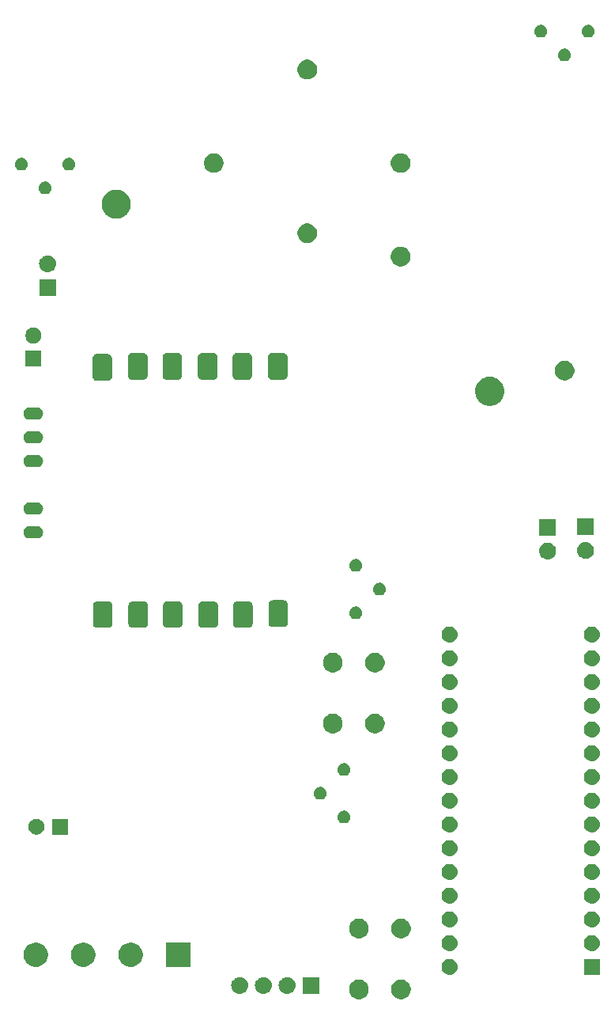
<source format=gbr>
G04 #@! TF.GenerationSoftware,KiCad,Pcbnew,5.0.2+dfsg1-1*
G04 #@! TF.CreationDate,2019-12-18T15:50:12+01:00*
G04 #@! TF.ProjectId,gausskanone,67617573-736b-4616-9e6f-6e652e6b6963,rev?*
G04 #@! TF.SameCoordinates,Original*
G04 #@! TF.FileFunction,Soldermask,Bot*
G04 #@! TF.FilePolarity,Negative*
%FSLAX46Y46*%
G04 Gerber Fmt 4.6, Leading zero omitted, Abs format (unit mm)*
G04 Created by KiCad (PCBNEW 5.0.2+dfsg1-1) date Mi 18 Dez 2019 15:50:12 CET*
%MOMM*%
%LPD*%
G01*
G04 APERTURE LIST*
%ADD10C,0.100000*%
G04 APERTURE END LIST*
D10*
G36*
X129846565Y-142395389D02*
X130037834Y-142474615D01*
X130209976Y-142589637D01*
X130356363Y-142736024D01*
X130471385Y-142908166D01*
X130550611Y-143099435D01*
X130591000Y-143302484D01*
X130591000Y-143509516D01*
X130550611Y-143712565D01*
X130471385Y-143903834D01*
X130356363Y-144075976D01*
X130209976Y-144222363D01*
X130037834Y-144337385D01*
X129846565Y-144416611D01*
X129643516Y-144457000D01*
X129436484Y-144457000D01*
X129233435Y-144416611D01*
X129042166Y-144337385D01*
X128870024Y-144222363D01*
X128723637Y-144075976D01*
X128608615Y-143903834D01*
X128529389Y-143712565D01*
X128489000Y-143509516D01*
X128489000Y-143302484D01*
X128529389Y-143099435D01*
X128608615Y-142908166D01*
X128723637Y-142736024D01*
X128870024Y-142589637D01*
X129042166Y-142474615D01*
X129233435Y-142395389D01*
X129436484Y-142355000D01*
X129643516Y-142355000D01*
X129846565Y-142395389D01*
X129846565Y-142395389D01*
G37*
G36*
X125346565Y-142395389D02*
X125537834Y-142474615D01*
X125709976Y-142589637D01*
X125856363Y-142736024D01*
X125971385Y-142908166D01*
X126050611Y-143099435D01*
X126091000Y-143302484D01*
X126091000Y-143509516D01*
X126050611Y-143712565D01*
X125971385Y-143903834D01*
X125856363Y-144075976D01*
X125709976Y-144222363D01*
X125537834Y-144337385D01*
X125346565Y-144416611D01*
X125143516Y-144457000D01*
X124936484Y-144457000D01*
X124733435Y-144416611D01*
X124542166Y-144337385D01*
X124370024Y-144222363D01*
X124223637Y-144075976D01*
X124108615Y-143903834D01*
X124029389Y-143712565D01*
X123989000Y-143509516D01*
X123989000Y-143302484D01*
X124029389Y-143099435D01*
X124108615Y-142908166D01*
X124223637Y-142736024D01*
X124370024Y-142589637D01*
X124542166Y-142474615D01*
X124733435Y-142395389D01*
X124936484Y-142355000D01*
X125143516Y-142355000D01*
X125346565Y-142395389D01*
X125346565Y-142395389D01*
G37*
G36*
X114918443Y-142105519D02*
X114984627Y-142112037D01*
X115097853Y-142146384D01*
X115154467Y-142163557D01*
X115293087Y-142237652D01*
X115310991Y-142247222D01*
X115346729Y-142276552D01*
X115448186Y-142359814D01*
X115531448Y-142461271D01*
X115560778Y-142497009D01*
X115560779Y-142497011D01*
X115644443Y-142653533D01*
X115644443Y-142653534D01*
X115695963Y-142823373D01*
X115713359Y-143000000D01*
X115695963Y-143176627D01*
X115661616Y-143289853D01*
X115644443Y-143346467D01*
X115570348Y-143485087D01*
X115560778Y-143502991D01*
X115555423Y-143509516D01*
X115448186Y-143640186D01*
X115346729Y-143723448D01*
X115310991Y-143752778D01*
X115310989Y-143752779D01*
X115154467Y-143836443D01*
X115097853Y-143853616D01*
X114984627Y-143887963D01*
X114918442Y-143894482D01*
X114852260Y-143901000D01*
X114763740Y-143901000D01*
X114697558Y-143894482D01*
X114631373Y-143887963D01*
X114518147Y-143853616D01*
X114461533Y-143836443D01*
X114305011Y-143752779D01*
X114305009Y-143752778D01*
X114269271Y-143723448D01*
X114167814Y-143640186D01*
X114060577Y-143509516D01*
X114055222Y-143502991D01*
X114045652Y-143485087D01*
X113971557Y-143346467D01*
X113954384Y-143289853D01*
X113920037Y-143176627D01*
X113902641Y-143000000D01*
X113920037Y-142823373D01*
X113971557Y-142653534D01*
X113971557Y-142653533D01*
X114055221Y-142497011D01*
X114055222Y-142497009D01*
X114084552Y-142461271D01*
X114167814Y-142359814D01*
X114269271Y-142276552D01*
X114305009Y-142247222D01*
X114322913Y-142237652D01*
X114461533Y-142163557D01*
X114518147Y-142146384D01*
X114631373Y-142112037D01*
X114697557Y-142105519D01*
X114763740Y-142099000D01*
X114852260Y-142099000D01*
X114918443Y-142105519D01*
X114918443Y-142105519D01*
G37*
G36*
X112378443Y-142105519D02*
X112444627Y-142112037D01*
X112557853Y-142146384D01*
X112614467Y-142163557D01*
X112753087Y-142237652D01*
X112770991Y-142247222D01*
X112806729Y-142276552D01*
X112908186Y-142359814D01*
X112991448Y-142461271D01*
X113020778Y-142497009D01*
X113020779Y-142497011D01*
X113104443Y-142653533D01*
X113104443Y-142653534D01*
X113155963Y-142823373D01*
X113173359Y-143000000D01*
X113155963Y-143176627D01*
X113121616Y-143289853D01*
X113104443Y-143346467D01*
X113030348Y-143485087D01*
X113020778Y-143502991D01*
X113015423Y-143509516D01*
X112908186Y-143640186D01*
X112806729Y-143723448D01*
X112770991Y-143752778D01*
X112770989Y-143752779D01*
X112614467Y-143836443D01*
X112557853Y-143853616D01*
X112444627Y-143887963D01*
X112378442Y-143894482D01*
X112312260Y-143901000D01*
X112223740Y-143901000D01*
X112157558Y-143894482D01*
X112091373Y-143887963D01*
X111978147Y-143853616D01*
X111921533Y-143836443D01*
X111765011Y-143752779D01*
X111765009Y-143752778D01*
X111729271Y-143723448D01*
X111627814Y-143640186D01*
X111520577Y-143509516D01*
X111515222Y-143502991D01*
X111505652Y-143485087D01*
X111431557Y-143346467D01*
X111414384Y-143289853D01*
X111380037Y-143176627D01*
X111362641Y-143000000D01*
X111380037Y-142823373D01*
X111431557Y-142653534D01*
X111431557Y-142653533D01*
X111515221Y-142497011D01*
X111515222Y-142497009D01*
X111544552Y-142461271D01*
X111627814Y-142359814D01*
X111729271Y-142276552D01*
X111765009Y-142247222D01*
X111782913Y-142237652D01*
X111921533Y-142163557D01*
X111978147Y-142146384D01*
X112091373Y-142112037D01*
X112157557Y-142105519D01*
X112223740Y-142099000D01*
X112312260Y-142099000D01*
X112378443Y-142105519D01*
X112378443Y-142105519D01*
G37*
G36*
X120789000Y-143901000D02*
X118987000Y-143901000D01*
X118987000Y-142099000D01*
X120789000Y-142099000D01*
X120789000Y-143901000D01*
X120789000Y-143901000D01*
G37*
G36*
X117458443Y-142105519D02*
X117524627Y-142112037D01*
X117637853Y-142146384D01*
X117694467Y-142163557D01*
X117833087Y-142237652D01*
X117850991Y-142247222D01*
X117886729Y-142276552D01*
X117988186Y-142359814D01*
X118071448Y-142461271D01*
X118100778Y-142497009D01*
X118100779Y-142497011D01*
X118184443Y-142653533D01*
X118184443Y-142653534D01*
X118235963Y-142823373D01*
X118253359Y-143000000D01*
X118235963Y-143176627D01*
X118201616Y-143289853D01*
X118184443Y-143346467D01*
X118110348Y-143485087D01*
X118100778Y-143502991D01*
X118095423Y-143509516D01*
X117988186Y-143640186D01*
X117886729Y-143723448D01*
X117850991Y-143752778D01*
X117850989Y-143752779D01*
X117694467Y-143836443D01*
X117637853Y-143853616D01*
X117524627Y-143887963D01*
X117458442Y-143894482D01*
X117392260Y-143901000D01*
X117303740Y-143901000D01*
X117237558Y-143894482D01*
X117171373Y-143887963D01*
X117058147Y-143853616D01*
X117001533Y-143836443D01*
X116845011Y-143752779D01*
X116845009Y-143752778D01*
X116809271Y-143723448D01*
X116707814Y-143640186D01*
X116600577Y-143509516D01*
X116595222Y-143502991D01*
X116585652Y-143485087D01*
X116511557Y-143346467D01*
X116494384Y-143289853D01*
X116460037Y-143176627D01*
X116442641Y-143000000D01*
X116460037Y-142823373D01*
X116511557Y-142653534D01*
X116511557Y-142653533D01*
X116595221Y-142497011D01*
X116595222Y-142497009D01*
X116624552Y-142461271D01*
X116707814Y-142359814D01*
X116809271Y-142276552D01*
X116845009Y-142247222D01*
X116862913Y-142237652D01*
X117001533Y-142163557D01*
X117058147Y-142146384D01*
X117171373Y-142112037D01*
X117237557Y-142105519D01*
X117303740Y-142099000D01*
X117392260Y-142099000D01*
X117458443Y-142105519D01*
X117458443Y-142105519D01*
G37*
G36*
X150851000Y-141851000D02*
X149149000Y-141851000D01*
X149149000Y-140149000D01*
X150851000Y-140149000D01*
X150851000Y-141851000D01*
X150851000Y-141851000D01*
G37*
G36*
X134926821Y-140161313D02*
X134926824Y-140161314D01*
X134926825Y-140161314D01*
X135087239Y-140209975D01*
X135087241Y-140209976D01*
X135087244Y-140209977D01*
X135235078Y-140288995D01*
X135364659Y-140395341D01*
X135471005Y-140524922D01*
X135550023Y-140672756D01*
X135598687Y-140833179D01*
X135615117Y-141000000D01*
X135598687Y-141166821D01*
X135550023Y-141327244D01*
X135471005Y-141475078D01*
X135364659Y-141604659D01*
X135235078Y-141711005D01*
X135087244Y-141790023D01*
X135087241Y-141790024D01*
X135087239Y-141790025D01*
X134926825Y-141838686D01*
X134926824Y-141838686D01*
X134926821Y-141838687D01*
X134801804Y-141851000D01*
X134718196Y-141851000D01*
X134593179Y-141838687D01*
X134593176Y-141838686D01*
X134593175Y-141838686D01*
X134432761Y-141790025D01*
X134432759Y-141790024D01*
X134432756Y-141790023D01*
X134284922Y-141711005D01*
X134155341Y-141604659D01*
X134048995Y-141475078D01*
X133969977Y-141327244D01*
X133921313Y-141166821D01*
X133904883Y-141000000D01*
X133921313Y-140833179D01*
X133969977Y-140672756D01*
X134048995Y-140524922D01*
X134155341Y-140395341D01*
X134284922Y-140288995D01*
X134432756Y-140209977D01*
X134432759Y-140209976D01*
X134432761Y-140209975D01*
X134593175Y-140161314D01*
X134593176Y-140161314D01*
X134593179Y-140161313D01*
X134718196Y-140149000D01*
X134801804Y-140149000D01*
X134926821Y-140161313D01*
X134926821Y-140161313D01*
G37*
G36*
X106965000Y-141001000D02*
X104363000Y-141001000D01*
X104363000Y-138399000D01*
X106965000Y-138399000D01*
X106965000Y-141001000D01*
X106965000Y-141001000D01*
G37*
G36*
X90803485Y-138448996D02*
X90803487Y-138448997D01*
X90803488Y-138448997D01*
X91040255Y-138547069D01*
X91253342Y-138689449D01*
X91434551Y-138870658D01*
X91434553Y-138870661D01*
X91576931Y-139083745D01*
X91675003Y-139320512D01*
X91725000Y-139571863D01*
X91725000Y-139828137D01*
X91675003Y-140079488D01*
X91620953Y-140209977D01*
X91576931Y-140316255D01*
X91434551Y-140529342D01*
X91253342Y-140710551D01*
X91253339Y-140710553D01*
X91040255Y-140852931D01*
X90803488Y-140951003D01*
X90803487Y-140951003D01*
X90803485Y-140951004D01*
X90552139Y-141001000D01*
X90295861Y-141001000D01*
X90044515Y-140951004D01*
X90044513Y-140951003D01*
X90044512Y-140951003D01*
X89807745Y-140852931D01*
X89594661Y-140710553D01*
X89594658Y-140710551D01*
X89413449Y-140529342D01*
X89271069Y-140316255D01*
X89227047Y-140209977D01*
X89172997Y-140079488D01*
X89123000Y-139828137D01*
X89123000Y-139571863D01*
X89172997Y-139320512D01*
X89271069Y-139083745D01*
X89413447Y-138870661D01*
X89413449Y-138870658D01*
X89594658Y-138689449D01*
X89807745Y-138547069D01*
X90044512Y-138448997D01*
X90044513Y-138448997D01*
X90044515Y-138448996D01*
X90295861Y-138399000D01*
X90552139Y-138399000D01*
X90803485Y-138448996D01*
X90803485Y-138448996D01*
G37*
G36*
X95883485Y-138448996D02*
X95883487Y-138448997D01*
X95883488Y-138448997D01*
X96120255Y-138547069D01*
X96333342Y-138689449D01*
X96514551Y-138870658D01*
X96514553Y-138870661D01*
X96656931Y-139083745D01*
X96755003Y-139320512D01*
X96805000Y-139571863D01*
X96805000Y-139828137D01*
X96755003Y-140079488D01*
X96700953Y-140209977D01*
X96656931Y-140316255D01*
X96514551Y-140529342D01*
X96333342Y-140710551D01*
X96333339Y-140710553D01*
X96120255Y-140852931D01*
X95883488Y-140951003D01*
X95883487Y-140951003D01*
X95883485Y-140951004D01*
X95632139Y-141001000D01*
X95375861Y-141001000D01*
X95124515Y-140951004D01*
X95124513Y-140951003D01*
X95124512Y-140951003D01*
X94887745Y-140852931D01*
X94674661Y-140710553D01*
X94674658Y-140710551D01*
X94493449Y-140529342D01*
X94351069Y-140316255D01*
X94307047Y-140209977D01*
X94252997Y-140079488D01*
X94203000Y-139828137D01*
X94203000Y-139571863D01*
X94252997Y-139320512D01*
X94351069Y-139083745D01*
X94493447Y-138870661D01*
X94493449Y-138870658D01*
X94674658Y-138689449D01*
X94887745Y-138547069D01*
X95124512Y-138448997D01*
X95124513Y-138448997D01*
X95124515Y-138448996D01*
X95375861Y-138399000D01*
X95632139Y-138399000D01*
X95883485Y-138448996D01*
X95883485Y-138448996D01*
G37*
G36*
X100963485Y-138448996D02*
X100963487Y-138448997D01*
X100963488Y-138448997D01*
X101200255Y-138547069D01*
X101413342Y-138689449D01*
X101594551Y-138870658D01*
X101594553Y-138870661D01*
X101736931Y-139083745D01*
X101835003Y-139320512D01*
X101885000Y-139571863D01*
X101885000Y-139828137D01*
X101835003Y-140079488D01*
X101780953Y-140209977D01*
X101736931Y-140316255D01*
X101594551Y-140529342D01*
X101413342Y-140710551D01*
X101413339Y-140710553D01*
X101200255Y-140852931D01*
X100963488Y-140951003D01*
X100963487Y-140951003D01*
X100963485Y-140951004D01*
X100712139Y-141001000D01*
X100455861Y-141001000D01*
X100204515Y-140951004D01*
X100204513Y-140951003D01*
X100204512Y-140951003D01*
X99967745Y-140852931D01*
X99754661Y-140710553D01*
X99754658Y-140710551D01*
X99573449Y-140529342D01*
X99431069Y-140316255D01*
X99387047Y-140209977D01*
X99332997Y-140079488D01*
X99283000Y-139828137D01*
X99283000Y-139571863D01*
X99332997Y-139320512D01*
X99431069Y-139083745D01*
X99573447Y-138870661D01*
X99573449Y-138870658D01*
X99754658Y-138689449D01*
X99967745Y-138547069D01*
X100204512Y-138448997D01*
X100204513Y-138448997D01*
X100204515Y-138448996D01*
X100455861Y-138399000D01*
X100712139Y-138399000D01*
X100963485Y-138448996D01*
X100963485Y-138448996D01*
G37*
G36*
X134926821Y-137621313D02*
X134926824Y-137621314D01*
X134926825Y-137621314D01*
X135087239Y-137669975D01*
X135087241Y-137669976D01*
X135087244Y-137669977D01*
X135235078Y-137748995D01*
X135364659Y-137855341D01*
X135471005Y-137984922D01*
X135550023Y-138132756D01*
X135598687Y-138293179D01*
X135615117Y-138460000D01*
X135598687Y-138626821D01*
X135550023Y-138787244D01*
X135471005Y-138935078D01*
X135364659Y-139064659D01*
X135235078Y-139171005D01*
X135087244Y-139250023D01*
X135087241Y-139250024D01*
X135087239Y-139250025D01*
X134926825Y-139298686D01*
X134926824Y-139298686D01*
X134926821Y-139298687D01*
X134801804Y-139311000D01*
X134718196Y-139311000D01*
X134593179Y-139298687D01*
X134593176Y-139298686D01*
X134593175Y-139298686D01*
X134432761Y-139250025D01*
X134432759Y-139250024D01*
X134432756Y-139250023D01*
X134284922Y-139171005D01*
X134155341Y-139064659D01*
X134048995Y-138935078D01*
X133969977Y-138787244D01*
X133921313Y-138626821D01*
X133904883Y-138460000D01*
X133921313Y-138293179D01*
X133969977Y-138132756D01*
X134048995Y-137984922D01*
X134155341Y-137855341D01*
X134284922Y-137748995D01*
X134432756Y-137669977D01*
X134432759Y-137669976D01*
X134432761Y-137669975D01*
X134593175Y-137621314D01*
X134593176Y-137621314D01*
X134593179Y-137621313D01*
X134718196Y-137609000D01*
X134801804Y-137609000D01*
X134926821Y-137621313D01*
X134926821Y-137621313D01*
G37*
G36*
X150166821Y-137621313D02*
X150166824Y-137621314D01*
X150166825Y-137621314D01*
X150327239Y-137669975D01*
X150327241Y-137669976D01*
X150327244Y-137669977D01*
X150475078Y-137748995D01*
X150604659Y-137855341D01*
X150711005Y-137984922D01*
X150790023Y-138132756D01*
X150838687Y-138293179D01*
X150855117Y-138460000D01*
X150838687Y-138626821D01*
X150790023Y-138787244D01*
X150711005Y-138935078D01*
X150604659Y-139064659D01*
X150475078Y-139171005D01*
X150327244Y-139250023D01*
X150327241Y-139250024D01*
X150327239Y-139250025D01*
X150166825Y-139298686D01*
X150166824Y-139298686D01*
X150166821Y-139298687D01*
X150041804Y-139311000D01*
X149958196Y-139311000D01*
X149833179Y-139298687D01*
X149833176Y-139298686D01*
X149833175Y-139298686D01*
X149672761Y-139250025D01*
X149672759Y-139250024D01*
X149672756Y-139250023D01*
X149524922Y-139171005D01*
X149395341Y-139064659D01*
X149288995Y-138935078D01*
X149209977Y-138787244D01*
X149161313Y-138626821D01*
X149144883Y-138460000D01*
X149161313Y-138293179D01*
X149209977Y-138132756D01*
X149288995Y-137984922D01*
X149395341Y-137855341D01*
X149524922Y-137748995D01*
X149672756Y-137669977D01*
X149672759Y-137669976D01*
X149672761Y-137669975D01*
X149833175Y-137621314D01*
X149833176Y-137621314D01*
X149833179Y-137621313D01*
X149958196Y-137609000D01*
X150041804Y-137609000D01*
X150166821Y-137621313D01*
X150166821Y-137621313D01*
G37*
G36*
X129846565Y-135895389D02*
X130037834Y-135974615D01*
X130209976Y-136089637D01*
X130356363Y-136236024D01*
X130471385Y-136408166D01*
X130550611Y-136599435D01*
X130591000Y-136802484D01*
X130591000Y-137009516D01*
X130550611Y-137212565D01*
X130471385Y-137403834D01*
X130356363Y-137575976D01*
X130209976Y-137722363D01*
X130037834Y-137837385D01*
X129846565Y-137916611D01*
X129643516Y-137957000D01*
X129436484Y-137957000D01*
X129233435Y-137916611D01*
X129042166Y-137837385D01*
X128870024Y-137722363D01*
X128723637Y-137575976D01*
X128608615Y-137403834D01*
X128529389Y-137212565D01*
X128489000Y-137009516D01*
X128489000Y-136802484D01*
X128529389Y-136599435D01*
X128608615Y-136408166D01*
X128723637Y-136236024D01*
X128870024Y-136089637D01*
X129042166Y-135974615D01*
X129233435Y-135895389D01*
X129436484Y-135855000D01*
X129643516Y-135855000D01*
X129846565Y-135895389D01*
X129846565Y-135895389D01*
G37*
G36*
X125346565Y-135895389D02*
X125537834Y-135974615D01*
X125709976Y-136089637D01*
X125856363Y-136236024D01*
X125971385Y-136408166D01*
X126050611Y-136599435D01*
X126091000Y-136802484D01*
X126091000Y-137009516D01*
X126050611Y-137212565D01*
X125971385Y-137403834D01*
X125856363Y-137575976D01*
X125709976Y-137722363D01*
X125537834Y-137837385D01*
X125346565Y-137916611D01*
X125143516Y-137957000D01*
X124936484Y-137957000D01*
X124733435Y-137916611D01*
X124542166Y-137837385D01*
X124370024Y-137722363D01*
X124223637Y-137575976D01*
X124108615Y-137403834D01*
X124029389Y-137212565D01*
X123989000Y-137009516D01*
X123989000Y-136802484D01*
X124029389Y-136599435D01*
X124108615Y-136408166D01*
X124223637Y-136236024D01*
X124370024Y-136089637D01*
X124542166Y-135974615D01*
X124733435Y-135895389D01*
X124936484Y-135855000D01*
X125143516Y-135855000D01*
X125346565Y-135895389D01*
X125346565Y-135895389D01*
G37*
G36*
X150166821Y-135081313D02*
X150166824Y-135081314D01*
X150166825Y-135081314D01*
X150327239Y-135129975D01*
X150327241Y-135129976D01*
X150327244Y-135129977D01*
X150475078Y-135208995D01*
X150604659Y-135315341D01*
X150711005Y-135444922D01*
X150790023Y-135592756D01*
X150838687Y-135753179D01*
X150855117Y-135920000D01*
X150838687Y-136086821D01*
X150838686Y-136086824D01*
X150838686Y-136086825D01*
X150837834Y-136089635D01*
X150790023Y-136247244D01*
X150711005Y-136395078D01*
X150604659Y-136524659D01*
X150475078Y-136631005D01*
X150327244Y-136710023D01*
X150327241Y-136710024D01*
X150327239Y-136710025D01*
X150166825Y-136758686D01*
X150166824Y-136758686D01*
X150166821Y-136758687D01*
X150041804Y-136771000D01*
X149958196Y-136771000D01*
X149833179Y-136758687D01*
X149833176Y-136758686D01*
X149833175Y-136758686D01*
X149672761Y-136710025D01*
X149672759Y-136710024D01*
X149672756Y-136710023D01*
X149524922Y-136631005D01*
X149395341Y-136524659D01*
X149288995Y-136395078D01*
X149209977Y-136247244D01*
X149162167Y-136089635D01*
X149161314Y-136086825D01*
X149161314Y-136086824D01*
X149161313Y-136086821D01*
X149144883Y-135920000D01*
X149161313Y-135753179D01*
X149209977Y-135592756D01*
X149288995Y-135444922D01*
X149395341Y-135315341D01*
X149524922Y-135208995D01*
X149672756Y-135129977D01*
X149672759Y-135129976D01*
X149672761Y-135129975D01*
X149833175Y-135081314D01*
X149833176Y-135081314D01*
X149833179Y-135081313D01*
X149958196Y-135069000D01*
X150041804Y-135069000D01*
X150166821Y-135081313D01*
X150166821Y-135081313D01*
G37*
G36*
X134926821Y-135081313D02*
X134926824Y-135081314D01*
X134926825Y-135081314D01*
X135087239Y-135129975D01*
X135087241Y-135129976D01*
X135087244Y-135129977D01*
X135235078Y-135208995D01*
X135364659Y-135315341D01*
X135471005Y-135444922D01*
X135550023Y-135592756D01*
X135598687Y-135753179D01*
X135615117Y-135920000D01*
X135598687Y-136086821D01*
X135598686Y-136086824D01*
X135598686Y-136086825D01*
X135597834Y-136089635D01*
X135550023Y-136247244D01*
X135471005Y-136395078D01*
X135364659Y-136524659D01*
X135235078Y-136631005D01*
X135087244Y-136710023D01*
X135087241Y-136710024D01*
X135087239Y-136710025D01*
X134926825Y-136758686D01*
X134926824Y-136758686D01*
X134926821Y-136758687D01*
X134801804Y-136771000D01*
X134718196Y-136771000D01*
X134593179Y-136758687D01*
X134593176Y-136758686D01*
X134593175Y-136758686D01*
X134432761Y-136710025D01*
X134432759Y-136710024D01*
X134432756Y-136710023D01*
X134284922Y-136631005D01*
X134155341Y-136524659D01*
X134048995Y-136395078D01*
X133969977Y-136247244D01*
X133922167Y-136089635D01*
X133921314Y-136086825D01*
X133921314Y-136086824D01*
X133921313Y-136086821D01*
X133904883Y-135920000D01*
X133921313Y-135753179D01*
X133969977Y-135592756D01*
X134048995Y-135444922D01*
X134155341Y-135315341D01*
X134284922Y-135208995D01*
X134432756Y-135129977D01*
X134432759Y-135129976D01*
X134432761Y-135129975D01*
X134593175Y-135081314D01*
X134593176Y-135081314D01*
X134593179Y-135081313D01*
X134718196Y-135069000D01*
X134801804Y-135069000D01*
X134926821Y-135081313D01*
X134926821Y-135081313D01*
G37*
G36*
X134926821Y-132541313D02*
X134926824Y-132541314D01*
X134926825Y-132541314D01*
X135087239Y-132589975D01*
X135087241Y-132589976D01*
X135087244Y-132589977D01*
X135235078Y-132668995D01*
X135364659Y-132775341D01*
X135471005Y-132904922D01*
X135550023Y-133052756D01*
X135598687Y-133213179D01*
X135615117Y-133380000D01*
X135598687Y-133546821D01*
X135550023Y-133707244D01*
X135471005Y-133855078D01*
X135364659Y-133984659D01*
X135235078Y-134091005D01*
X135087244Y-134170023D01*
X135087241Y-134170024D01*
X135087239Y-134170025D01*
X134926825Y-134218686D01*
X134926824Y-134218686D01*
X134926821Y-134218687D01*
X134801804Y-134231000D01*
X134718196Y-134231000D01*
X134593179Y-134218687D01*
X134593176Y-134218686D01*
X134593175Y-134218686D01*
X134432761Y-134170025D01*
X134432759Y-134170024D01*
X134432756Y-134170023D01*
X134284922Y-134091005D01*
X134155341Y-133984659D01*
X134048995Y-133855078D01*
X133969977Y-133707244D01*
X133921313Y-133546821D01*
X133904883Y-133380000D01*
X133921313Y-133213179D01*
X133969977Y-133052756D01*
X134048995Y-132904922D01*
X134155341Y-132775341D01*
X134284922Y-132668995D01*
X134432756Y-132589977D01*
X134432759Y-132589976D01*
X134432761Y-132589975D01*
X134593175Y-132541314D01*
X134593176Y-132541314D01*
X134593179Y-132541313D01*
X134718196Y-132529000D01*
X134801804Y-132529000D01*
X134926821Y-132541313D01*
X134926821Y-132541313D01*
G37*
G36*
X150166821Y-132541313D02*
X150166824Y-132541314D01*
X150166825Y-132541314D01*
X150327239Y-132589975D01*
X150327241Y-132589976D01*
X150327244Y-132589977D01*
X150475078Y-132668995D01*
X150604659Y-132775341D01*
X150711005Y-132904922D01*
X150790023Y-133052756D01*
X150838687Y-133213179D01*
X150855117Y-133380000D01*
X150838687Y-133546821D01*
X150790023Y-133707244D01*
X150711005Y-133855078D01*
X150604659Y-133984659D01*
X150475078Y-134091005D01*
X150327244Y-134170023D01*
X150327241Y-134170024D01*
X150327239Y-134170025D01*
X150166825Y-134218686D01*
X150166824Y-134218686D01*
X150166821Y-134218687D01*
X150041804Y-134231000D01*
X149958196Y-134231000D01*
X149833179Y-134218687D01*
X149833176Y-134218686D01*
X149833175Y-134218686D01*
X149672761Y-134170025D01*
X149672759Y-134170024D01*
X149672756Y-134170023D01*
X149524922Y-134091005D01*
X149395341Y-133984659D01*
X149288995Y-133855078D01*
X149209977Y-133707244D01*
X149161313Y-133546821D01*
X149144883Y-133380000D01*
X149161313Y-133213179D01*
X149209977Y-133052756D01*
X149288995Y-132904922D01*
X149395341Y-132775341D01*
X149524922Y-132668995D01*
X149672756Y-132589977D01*
X149672759Y-132589976D01*
X149672761Y-132589975D01*
X149833175Y-132541314D01*
X149833176Y-132541314D01*
X149833179Y-132541313D01*
X149958196Y-132529000D01*
X150041804Y-132529000D01*
X150166821Y-132541313D01*
X150166821Y-132541313D01*
G37*
G36*
X150166821Y-130001313D02*
X150166824Y-130001314D01*
X150166825Y-130001314D01*
X150327239Y-130049975D01*
X150327241Y-130049976D01*
X150327244Y-130049977D01*
X150475078Y-130128995D01*
X150604659Y-130235341D01*
X150711005Y-130364922D01*
X150790023Y-130512756D01*
X150838687Y-130673179D01*
X150855117Y-130840000D01*
X150838687Y-131006821D01*
X150790023Y-131167244D01*
X150711005Y-131315078D01*
X150604659Y-131444659D01*
X150475078Y-131551005D01*
X150327244Y-131630023D01*
X150327241Y-131630024D01*
X150327239Y-131630025D01*
X150166825Y-131678686D01*
X150166824Y-131678686D01*
X150166821Y-131678687D01*
X150041804Y-131691000D01*
X149958196Y-131691000D01*
X149833179Y-131678687D01*
X149833176Y-131678686D01*
X149833175Y-131678686D01*
X149672761Y-131630025D01*
X149672759Y-131630024D01*
X149672756Y-131630023D01*
X149524922Y-131551005D01*
X149395341Y-131444659D01*
X149288995Y-131315078D01*
X149209977Y-131167244D01*
X149161313Y-131006821D01*
X149144883Y-130840000D01*
X149161313Y-130673179D01*
X149209977Y-130512756D01*
X149288995Y-130364922D01*
X149395341Y-130235341D01*
X149524922Y-130128995D01*
X149672756Y-130049977D01*
X149672759Y-130049976D01*
X149672761Y-130049975D01*
X149833175Y-130001314D01*
X149833176Y-130001314D01*
X149833179Y-130001313D01*
X149958196Y-129989000D01*
X150041804Y-129989000D01*
X150166821Y-130001313D01*
X150166821Y-130001313D01*
G37*
G36*
X134926821Y-130001313D02*
X134926824Y-130001314D01*
X134926825Y-130001314D01*
X135087239Y-130049975D01*
X135087241Y-130049976D01*
X135087244Y-130049977D01*
X135235078Y-130128995D01*
X135364659Y-130235341D01*
X135471005Y-130364922D01*
X135550023Y-130512756D01*
X135598687Y-130673179D01*
X135615117Y-130840000D01*
X135598687Y-131006821D01*
X135550023Y-131167244D01*
X135471005Y-131315078D01*
X135364659Y-131444659D01*
X135235078Y-131551005D01*
X135087244Y-131630023D01*
X135087241Y-131630024D01*
X135087239Y-131630025D01*
X134926825Y-131678686D01*
X134926824Y-131678686D01*
X134926821Y-131678687D01*
X134801804Y-131691000D01*
X134718196Y-131691000D01*
X134593179Y-131678687D01*
X134593176Y-131678686D01*
X134593175Y-131678686D01*
X134432761Y-131630025D01*
X134432759Y-131630024D01*
X134432756Y-131630023D01*
X134284922Y-131551005D01*
X134155341Y-131444659D01*
X134048995Y-131315078D01*
X133969977Y-131167244D01*
X133921313Y-131006821D01*
X133904883Y-130840000D01*
X133921313Y-130673179D01*
X133969977Y-130512756D01*
X134048995Y-130364922D01*
X134155341Y-130235341D01*
X134284922Y-130128995D01*
X134432756Y-130049977D01*
X134432759Y-130049976D01*
X134432761Y-130049975D01*
X134593175Y-130001314D01*
X134593176Y-130001314D01*
X134593179Y-130001313D01*
X134718196Y-129989000D01*
X134801804Y-129989000D01*
X134926821Y-130001313D01*
X134926821Y-130001313D01*
G37*
G36*
X150166821Y-127461313D02*
X150166824Y-127461314D01*
X150166825Y-127461314D01*
X150327239Y-127509975D01*
X150327241Y-127509976D01*
X150327244Y-127509977D01*
X150475078Y-127588995D01*
X150604659Y-127695341D01*
X150711005Y-127824922D01*
X150790023Y-127972756D01*
X150838687Y-128133179D01*
X150855117Y-128300000D01*
X150838687Y-128466821D01*
X150790023Y-128627244D01*
X150711005Y-128775078D01*
X150604659Y-128904659D01*
X150475078Y-129011005D01*
X150327244Y-129090023D01*
X150327241Y-129090024D01*
X150327239Y-129090025D01*
X150166825Y-129138686D01*
X150166824Y-129138686D01*
X150166821Y-129138687D01*
X150041804Y-129151000D01*
X149958196Y-129151000D01*
X149833179Y-129138687D01*
X149833176Y-129138686D01*
X149833175Y-129138686D01*
X149672761Y-129090025D01*
X149672759Y-129090024D01*
X149672756Y-129090023D01*
X149524922Y-129011005D01*
X149395341Y-128904659D01*
X149288995Y-128775078D01*
X149209977Y-128627244D01*
X149161313Y-128466821D01*
X149144883Y-128300000D01*
X149161313Y-128133179D01*
X149209977Y-127972756D01*
X149288995Y-127824922D01*
X149395341Y-127695341D01*
X149524922Y-127588995D01*
X149672756Y-127509977D01*
X149672759Y-127509976D01*
X149672761Y-127509975D01*
X149833175Y-127461314D01*
X149833176Y-127461314D01*
X149833179Y-127461313D01*
X149958196Y-127449000D01*
X150041804Y-127449000D01*
X150166821Y-127461313D01*
X150166821Y-127461313D01*
G37*
G36*
X134926821Y-127461313D02*
X134926824Y-127461314D01*
X134926825Y-127461314D01*
X135087239Y-127509975D01*
X135087241Y-127509976D01*
X135087244Y-127509977D01*
X135235078Y-127588995D01*
X135364659Y-127695341D01*
X135471005Y-127824922D01*
X135550023Y-127972756D01*
X135598687Y-128133179D01*
X135615117Y-128300000D01*
X135598687Y-128466821D01*
X135550023Y-128627244D01*
X135471005Y-128775078D01*
X135364659Y-128904659D01*
X135235078Y-129011005D01*
X135087244Y-129090023D01*
X135087241Y-129090024D01*
X135087239Y-129090025D01*
X134926825Y-129138686D01*
X134926824Y-129138686D01*
X134926821Y-129138687D01*
X134801804Y-129151000D01*
X134718196Y-129151000D01*
X134593179Y-129138687D01*
X134593176Y-129138686D01*
X134593175Y-129138686D01*
X134432761Y-129090025D01*
X134432759Y-129090024D01*
X134432756Y-129090023D01*
X134284922Y-129011005D01*
X134155341Y-128904659D01*
X134048995Y-128775078D01*
X133969977Y-128627244D01*
X133921313Y-128466821D01*
X133904883Y-128300000D01*
X133921313Y-128133179D01*
X133969977Y-127972756D01*
X134048995Y-127824922D01*
X134155341Y-127695341D01*
X134284922Y-127588995D01*
X134432756Y-127509977D01*
X134432759Y-127509976D01*
X134432761Y-127509975D01*
X134593175Y-127461314D01*
X134593176Y-127461314D01*
X134593179Y-127461313D01*
X134718196Y-127449000D01*
X134801804Y-127449000D01*
X134926821Y-127461313D01*
X134926821Y-127461313D01*
G37*
G36*
X93851000Y-126851000D02*
X92149000Y-126851000D01*
X92149000Y-125149000D01*
X93851000Y-125149000D01*
X93851000Y-126851000D01*
X93851000Y-126851000D01*
G37*
G36*
X90748228Y-125181703D02*
X90903100Y-125245853D01*
X91042481Y-125338985D01*
X91161015Y-125457519D01*
X91254147Y-125596900D01*
X91318297Y-125751772D01*
X91351000Y-125916184D01*
X91351000Y-126083816D01*
X91318297Y-126248228D01*
X91254147Y-126403100D01*
X91161015Y-126542481D01*
X91042481Y-126661015D01*
X90903100Y-126754147D01*
X90748228Y-126818297D01*
X90583816Y-126851000D01*
X90416184Y-126851000D01*
X90251772Y-126818297D01*
X90096900Y-126754147D01*
X89957519Y-126661015D01*
X89838985Y-126542481D01*
X89745853Y-126403100D01*
X89681703Y-126248228D01*
X89649000Y-126083816D01*
X89649000Y-125916184D01*
X89681703Y-125751772D01*
X89745853Y-125596900D01*
X89838985Y-125457519D01*
X89957519Y-125338985D01*
X90096900Y-125245853D01*
X90251772Y-125181703D01*
X90416184Y-125149000D01*
X90583816Y-125149000D01*
X90748228Y-125181703D01*
X90748228Y-125181703D01*
G37*
G36*
X134926821Y-124921313D02*
X134926824Y-124921314D01*
X134926825Y-124921314D01*
X135087239Y-124969975D01*
X135087241Y-124969976D01*
X135087244Y-124969977D01*
X135235078Y-125048995D01*
X135364659Y-125155341D01*
X135471005Y-125284922D01*
X135550023Y-125432756D01*
X135550024Y-125432759D01*
X135550025Y-125432761D01*
X135592109Y-125571494D01*
X135598687Y-125593179D01*
X135615117Y-125760000D01*
X135598687Y-125926821D01*
X135550023Y-126087244D01*
X135471005Y-126235078D01*
X135364659Y-126364659D01*
X135235078Y-126471005D01*
X135087244Y-126550023D01*
X135087241Y-126550024D01*
X135087239Y-126550025D01*
X134926825Y-126598686D01*
X134926824Y-126598686D01*
X134926821Y-126598687D01*
X134801804Y-126611000D01*
X134718196Y-126611000D01*
X134593179Y-126598687D01*
X134593176Y-126598686D01*
X134593175Y-126598686D01*
X134432761Y-126550025D01*
X134432759Y-126550024D01*
X134432756Y-126550023D01*
X134284922Y-126471005D01*
X134155341Y-126364659D01*
X134048995Y-126235078D01*
X133969977Y-126087244D01*
X133921313Y-125926821D01*
X133904883Y-125760000D01*
X133921313Y-125593179D01*
X133927891Y-125571494D01*
X133969975Y-125432761D01*
X133969976Y-125432759D01*
X133969977Y-125432756D01*
X134048995Y-125284922D01*
X134155341Y-125155341D01*
X134284922Y-125048995D01*
X134432756Y-124969977D01*
X134432759Y-124969976D01*
X134432761Y-124969975D01*
X134593175Y-124921314D01*
X134593176Y-124921314D01*
X134593179Y-124921313D01*
X134718196Y-124909000D01*
X134801804Y-124909000D01*
X134926821Y-124921313D01*
X134926821Y-124921313D01*
G37*
G36*
X150166821Y-124921313D02*
X150166824Y-124921314D01*
X150166825Y-124921314D01*
X150327239Y-124969975D01*
X150327241Y-124969976D01*
X150327244Y-124969977D01*
X150475078Y-125048995D01*
X150604659Y-125155341D01*
X150711005Y-125284922D01*
X150790023Y-125432756D01*
X150790024Y-125432759D01*
X150790025Y-125432761D01*
X150832109Y-125571494D01*
X150838687Y-125593179D01*
X150855117Y-125760000D01*
X150838687Y-125926821D01*
X150790023Y-126087244D01*
X150711005Y-126235078D01*
X150604659Y-126364659D01*
X150475078Y-126471005D01*
X150327244Y-126550023D01*
X150327241Y-126550024D01*
X150327239Y-126550025D01*
X150166825Y-126598686D01*
X150166824Y-126598686D01*
X150166821Y-126598687D01*
X150041804Y-126611000D01*
X149958196Y-126611000D01*
X149833179Y-126598687D01*
X149833176Y-126598686D01*
X149833175Y-126598686D01*
X149672761Y-126550025D01*
X149672759Y-126550024D01*
X149672756Y-126550023D01*
X149524922Y-126471005D01*
X149395341Y-126364659D01*
X149288995Y-126235078D01*
X149209977Y-126087244D01*
X149161313Y-125926821D01*
X149144883Y-125760000D01*
X149161313Y-125593179D01*
X149167891Y-125571494D01*
X149209975Y-125432761D01*
X149209976Y-125432759D01*
X149209977Y-125432756D01*
X149288995Y-125284922D01*
X149395341Y-125155341D01*
X149524922Y-125048995D01*
X149672756Y-124969977D01*
X149672759Y-124969976D01*
X149672761Y-124969975D01*
X149833175Y-124921314D01*
X149833176Y-124921314D01*
X149833179Y-124921313D01*
X149958196Y-124909000D01*
X150041804Y-124909000D01*
X150166821Y-124921313D01*
X150166821Y-124921313D01*
G37*
G36*
X123642638Y-124313170D02*
X123766575Y-124364506D01*
X123878115Y-124439035D01*
X123972965Y-124533885D01*
X124047494Y-124645425D01*
X124098830Y-124769362D01*
X124125000Y-124900926D01*
X124125000Y-125035074D01*
X124098830Y-125166638D01*
X124047494Y-125290575D01*
X123972965Y-125402115D01*
X123878115Y-125496965D01*
X123766575Y-125571494D01*
X123642638Y-125622830D01*
X123511074Y-125649000D01*
X123376926Y-125649000D01*
X123245362Y-125622830D01*
X123121425Y-125571494D01*
X123009885Y-125496965D01*
X122915035Y-125402115D01*
X122840506Y-125290575D01*
X122789170Y-125166638D01*
X122763000Y-125035074D01*
X122763000Y-124900926D01*
X122789170Y-124769362D01*
X122840506Y-124645425D01*
X122915035Y-124533885D01*
X123009885Y-124439035D01*
X123121425Y-124364506D01*
X123245362Y-124313170D01*
X123376926Y-124287000D01*
X123511074Y-124287000D01*
X123642638Y-124313170D01*
X123642638Y-124313170D01*
G37*
G36*
X150166821Y-122381313D02*
X150166824Y-122381314D01*
X150166825Y-122381314D01*
X150327239Y-122429975D01*
X150327241Y-122429976D01*
X150327244Y-122429977D01*
X150475078Y-122508995D01*
X150604659Y-122615341D01*
X150711005Y-122744922D01*
X150790023Y-122892756D01*
X150790024Y-122892759D01*
X150790025Y-122892761D01*
X150832109Y-123031494D01*
X150838687Y-123053179D01*
X150855117Y-123220000D01*
X150838687Y-123386821D01*
X150790023Y-123547244D01*
X150711005Y-123695078D01*
X150604659Y-123824659D01*
X150475078Y-123931005D01*
X150327244Y-124010023D01*
X150327241Y-124010024D01*
X150327239Y-124010025D01*
X150166825Y-124058686D01*
X150166824Y-124058686D01*
X150166821Y-124058687D01*
X150041804Y-124071000D01*
X149958196Y-124071000D01*
X149833179Y-124058687D01*
X149833176Y-124058686D01*
X149833175Y-124058686D01*
X149672761Y-124010025D01*
X149672759Y-124010024D01*
X149672756Y-124010023D01*
X149524922Y-123931005D01*
X149395341Y-123824659D01*
X149288995Y-123695078D01*
X149209977Y-123547244D01*
X149161313Y-123386821D01*
X149144883Y-123220000D01*
X149161313Y-123053179D01*
X149167891Y-123031494D01*
X149209975Y-122892761D01*
X149209976Y-122892759D01*
X149209977Y-122892756D01*
X149288995Y-122744922D01*
X149395341Y-122615341D01*
X149524922Y-122508995D01*
X149672756Y-122429977D01*
X149672759Y-122429976D01*
X149672761Y-122429975D01*
X149833175Y-122381314D01*
X149833176Y-122381314D01*
X149833179Y-122381313D01*
X149958196Y-122369000D01*
X150041804Y-122369000D01*
X150166821Y-122381313D01*
X150166821Y-122381313D01*
G37*
G36*
X134926821Y-122381313D02*
X134926824Y-122381314D01*
X134926825Y-122381314D01*
X135087239Y-122429975D01*
X135087241Y-122429976D01*
X135087244Y-122429977D01*
X135235078Y-122508995D01*
X135364659Y-122615341D01*
X135471005Y-122744922D01*
X135550023Y-122892756D01*
X135550024Y-122892759D01*
X135550025Y-122892761D01*
X135592109Y-123031494D01*
X135598687Y-123053179D01*
X135615117Y-123220000D01*
X135598687Y-123386821D01*
X135550023Y-123547244D01*
X135471005Y-123695078D01*
X135364659Y-123824659D01*
X135235078Y-123931005D01*
X135087244Y-124010023D01*
X135087241Y-124010024D01*
X135087239Y-124010025D01*
X134926825Y-124058686D01*
X134926824Y-124058686D01*
X134926821Y-124058687D01*
X134801804Y-124071000D01*
X134718196Y-124071000D01*
X134593179Y-124058687D01*
X134593176Y-124058686D01*
X134593175Y-124058686D01*
X134432761Y-124010025D01*
X134432759Y-124010024D01*
X134432756Y-124010023D01*
X134284922Y-123931005D01*
X134155341Y-123824659D01*
X134048995Y-123695078D01*
X133969977Y-123547244D01*
X133921313Y-123386821D01*
X133904883Y-123220000D01*
X133921313Y-123053179D01*
X133927891Y-123031494D01*
X133969975Y-122892761D01*
X133969976Y-122892759D01*
X133969977Y-122892756D01*
X134048995Y-122744922D01*
X134155341Y-122615341D01*
X134284922Y-122508995D01*
X134432756Y-122429977D01*
X134432759Y-122429976D01*
X134432761Y-122429975D01*
X134593175Y-122381314D01*
X134593176Y-122381314D01*
X134593179Y-122381313D01*
X134718196Y-122369000D01*
X134801804Y-122369000D01*
X134926821Y-122381313D01*
X134926821Y-122381313D01*
G37*
G36*
X121102638Y-121773170D02*
X121226575Y-121824506D01*
X121338115Y-121899035D01*
X121432965Y-121993885D01*
X121507494Y-122105425D01*
X121558830Y-122229362D01*
X121585000Y-122360926D01*
X121585000Y-122495074D01*
X121558830Y-122626638D01*
X121507494Y-122750575D01*
X121432965Y-122862115D01*
X121338115Y-122956965D01*
X121226575Y-123031494D01*
X121102638Y-123082830D01*
X120971074Y-123109000D01*
X120836926Y-123109000D01*
X120705362Y-123082830D01*
X120581425Y-123031494D01*
X120469885Y-122956965D01*
X120375035Y-122862115D01*
X120300506Y-122750575D01*
X120249170Y-122626638D01*
X120223000Y-122495074D01*
X120223000Y-122360926D01*
X120249170Y-122229362D01*
X120300506Y-122105425D01*
X120375035Y-121993885D01*
X120469885Y-121899035D01*
X120581425Y-121824506D01*
X120705362Y-121773170D01*
X120836926Y-121747000D01*
X120971074Y-121747000D01*
X121102638Y-121773170D01*
X121102638Y-121773170D01*
G37*
G36*
X150166821Y-119841313D02*
X150166824Y-119841314D01*
X150166825Y-119841314D01*
X150327239Y-119889975D01*
X150327241Y-119889976D01*
X150327244Y-119889977D01*
X150475078Y-119968995D01*
X150604659Y-120075341D01*
X150711005Y-120204922D01*
X150790023Y-120352756D01*
X150790024Y-120352759D01*
X150790025Y-120352761D01*
X150832109Y-120491494D01*
X150838687Y-120513179D01*
X150855117Y-120680000D01*
X150838687Y-120846821D01*
X150790023Y-121007244D01*
X150711005Y-121155078D01*
X150604659Y-121284659D01*
X150475078Y-121391005D01*
X150327244Y-121470023D01*
X150327241Y-121470024D01*
X150327239Y-121470025D01*
X150166825Y-121518686D01*
X150166824Y-121518686D01*
X150166821Y-121518687D01*
X150041804Y-121531000D01*
X149958196Y-121531000D01*
X149833179Y-121518687D01*
X149833176Y-121518686D01*
X149833175Y-121518686D01*
X149672761Y-121470025D01*
X149672759Y-121470024D01*
X149672756Y-121470023D01*
X149524922Y-121391005D01*
X149395341Y-121284659D01*
X149288995Y-121155078D01*
X149209977Y-121007244D01*
X149161313Y-120846821D01*
X149144883Y-120680000D01*
X149161313Y-120513179D01*
X149167891Y-120491494D01*
X149209975Y-120352761D01*
X149209976Y-120352759D01*
X149209977Y-120352756D01*
X149288995Y-120204922D01*
X149395341Y-120075341D01*
X149524922Y-119968995D01*
X149672756Y-119889977D01*
X149672759Y-119889976D01*
X149672761Y-119889975D01*
X149833175Y-119841314D01*
X149833176Y-119841314D01*
X149833179Y-119841313D01*
X149958196Y-119829000D01*
X150041804Y-119829000D01*
X150166821Y-119841313D01*
X150166821Y-119841313D01*
G37*
G36*
X134926821Y-119841313D02*
X134926824Y-119841314D01*
X134926825Y-119841314D01*
X135087239Y-119889975D01*
X135087241Y-119889976D01*
X135087244Y-119889977D01*
X135235078Y-119968995D01*
X135364659Y-120075341D01*
X135471005Y-120204922D01*
X135550023Y-120352756D01*
X135550024Y-120352759D01*
X135550025Y-120352761D01*
X135592109Y-120491494D01*
X135598687Y-120513179D01*
X135615117Y-120680000D01*
X135598687Y-120846821D01*
X135550023Y-121007244D01*
X135471005Y-121155078D01*
X135364659Y-121284659D01*
X135235078Y-121391005D01*
X135087244Y-121470023D01*
X135087241Y-121470024D01*
X135087239Y-121470025D01*
X134926825Y-121518686D01*
X134926824Y-121518686D01*
X134926821Y-121518687D01*
X134801804Y-121531000D01*
X134718196Y-121531000D01*
X134593179Y-121518687D01*
X134593176Y-121518686D01*
X134593175Y-121518686D01*
X134432761Y-121470025D01*
X134432759Y-121470024D01*
X134432756Y-121470023D01*
X134284922Y-121391005D01*
X134155341Y-121284659D01*
X134048995Y-121155078D01*
X133969977Y-121007244D01*
X133921313Y-120846821D01*
X133904883Y-120680000D01*
X133921313Y-120513179D01*
X133927891Y-120491494D01*
X133969975Y-120352761D01*
X133969976Y-120352759D01*
X133969977Y-120352756D01*
X134048995Y-120204922D01*
X134155341Y-120075341D01*
X134284922Y-119968995D01*
X134432756Y-119889977D01*
X134432759Y-119889976D01*
X134432761Y-119889975D01*
X134593175Y-119841314D01*
X134593176Y-119841314D01*
X134593179Y-119841313D01*
X134718196Y-119829000D01*
X134801804Y-119829000D01*
X134926821Y-119841313D01*
X134926821Y-119841313D01*
G37*
G36*
X123642638Y-119233170D02*
X123766575Y-119284506D01*
X123878115Y-119359035D01*
X123972965Y-119453885D01*
X124047494Y-119565425D01*
X124098830Y-119689362D01*
X124125000Y-119820926D01*
X124125000Y-119955074D01*
X124098830Y-120086638D01*
X124047494Y-120210575D01*
X123972965Y-120322115D01*
X123878115Y-120416965D01*
X123766575Y-120491494D01*
X123642638Y-120542830D01*
X123511074Y-120569000D01*
X123376926Y-120569000D01*
X123245362Y-120542830D01*
X123121425Y-120491494D01*
X123009885Y-120416965D01*
X122915035Y-120322115D01*
X122840506Y-120210575D01*
X122789170Y-120086638D01*
X122763000Y-119955074D01*
X122763000Y-119820926D01*
X122789170Y-119689362D01*
X122840506Y-119565425D01*
X122915035Y-119453885D01*
X123009885Y-119359035D01*
X123121425Y-119284506D01*
X123245362Y-119233170D01*
X123376926Y-119207000D01*
X123511074Y-119207000D01*
X123642638Y-119233170D01*
X123642638Y-119233170D01*
G37*
G36*
X150166821Y-117301313D02*
X150166824Y-117301314D01*
X150166825Y-117301314D01*
X150327239Y-117349975D01*
X150327241Y-117349976D01*
X150327244Y-117349977D01*
X150475078Y-117428995D01*
X150604659Y-117535341D01*
X150711005Y-117664922D01*
X150790023Y-117812756D01*
X150838687Y-117973179D01*
X150855117Y-118140000D01*
X150838687Y-118306821D01*
X150790023Y-118467244D01*
X150711005Y-118615078D01*
X150604659Y-118744659D01*
X150475078Y-118851005D01*
X150327244Y-118930023D01*
X150327241Y-118930024D01*
X150327239Y-118930025D01*
X150166825Y-118978686D01*
X150166824Y-118978686D01*
X150166821Y-118978687D01*
X150041804Y-118991000D01*
X149958196Y-118991000D01*
X149833179Y-118978687D01*
X149833176Y-118978686D01*
X149833175Y-118978686D01*
X149672761Y-118930025D01*
X149672759Y-118930024D01*
X149672756Y-118930023D01*
X149524922Y-118851005D01*
X149395341Y-118744659D01*
X149288995Y-118615078D01*
X149209977Y-118467244D01*
X149161313Y-118306821D01*
X149144883Y-118140000D01*
X149161313Y-117973179D01*
X149209977Y-117812756D01*
X149288995Y-117664922D01*
X149395341Y-117535341D01*
X149524922Y-117428995D01*
X149672756Y-117349977D01*
X149672759Y-117349976D01*
X149672761Y-117349975D01*
X149833175Y-117301314D01*
X149833176Y-117301314D01*
X149833179Y-117301313D01*
X149958196Y-117289000D01*
X150041804Y-117289000D01*
X150166821Y-117301313D01*
X150166821Y-117301313D01*
G37*
G36*
X134926821Y-117301313D02*
X134926824Y-117301314D01*
X134926825Y-117301314D01*
X135087239Y-117349975D01*
X135087241Y-117349976D01*
X135087244Y-117349977D01*
X135235078Y-117428995D01*
X135364659Y-117535341D01*
X135471005Y-117664922D01*
X135550023Y-117812756D01*
X135598687Y-117973179D01*
X135615117Y-118140000D01*
X135598687Y-118306821D01*
X135550023Y-118467244D01*
X135471005Y-118615078D01*
X135364659Y-118744659D01*
X135235078Y-118851005D01*
X135087244Y-118930023D01*
X135087241Y-118930024D01*
X135087239Y-118930025D01*
X134926825Y-118978686D01*
X134926824Y-118978686D01*
X134926821Y-118978687D01*
X134801804Y-118991000D01*
X134718196Y-118991000D01*
X134593179Y-118978687D01*
X134593176Y-118978686D01*
X134593175Y-118978686D01*
X134432761Y-118930025D01*
X134432759Y-118930024D01*
X134432756Y-118930023D01*
X134284922Y-118851005D01*
X134155341Y-118744659D01*
X134048995Y-118615078D01*
X133969977Y-118467244D01*
X133921313Y-118306821D01*
X133904883Y-118140000D01*
X133921313Y-117973179D01*
X133969977Y-117812756D01*
X134048995Y-117664922D01*
X134155341Y-117535341D01*
X134284922Y-117428995D01*
X134432756Y-117349977D01*
X134432759Y-117349976D01*
X134432761Y-117349975D01*
X134593175Y-117301314D01*
X134593176Y-117301314D01*
X134593179Y-117301313D01*
X134718196Y-117289000D01*
X134801804Y-117289000D01*
X134926821Y-117301313D01*
X134926821Y-117301313D01*
G37*
G36*
X134926821Y-114761313D02*
X134926824Y-114761314D01*
X134926825Y-114761314D01*
X135087239Y-114809975D01*
X135087241Y-114809976D01*
X135087244Y-114809977D01*
X135235078Y-114888995D01*
X135364659Y-114995341D01*
X135471005Y-115124922D01*
X135550023Y-115272756D01*
X135598687Y-115433179D01*
X135615117Y-115600000D01*
X135598687Y-115766821D01*
X135598686Y-115766824D01*
X135598686Y-115766825D01*
X135561508Y-115889385D01*
X135550023Y-115927244D01*
X135471005Y-116075078D01*
X135364659Y-116204659D01*
X135235078Y-116311005D01*
X135087244Y-116390023D01*
X135087241Y-116390024D01*
X135087239Y-116390025D01*
X134926825Y-116438686D01*
X134926824Y-116438686D01*
X134926821Y-116438687D01*
X134801804Y-116451000D01*
X134718196Y-116451000D01*
X134593179Y-116438687D01*
X134593176Y-116438686D01*
X134593175Y-116438686D01*
X134432761Y-116390025D01*
X134432759Y-116390024D01*
X134432756Y-116390023D01*
X134284922Y-116311005D01*
X134155341Y-116204659D01*
X134048995Y-116075078D01*
X133969977Y-115927244D01*
X133958493Y-115889385D01*
X133921314Y-115766825D01*
X133921314Y-115766824D01*
X133921313Y-115766821D01*
X133904883Y-115600000D01*
X133921313Y-115433179D01*
X133969977Y-115272756D01*
X134048995Y-115124922D01*
X134155341Y-114995341D01*
X134284922Y-114888995D01*
X134432756Y-114809977D01*
X134432759Y-114809976D01*
X134432761Y-114809975D01*
X134593175Y-114761314D01*
X134593176Y-114761314D01*
X134593179Y-114761313D01*
X134718196Y-114749000D01*
X134801804Y-114749000D01*
X134926821Y-114761313D01*
X134926821Y-114761313D01*
G37*
G36*
X150166821Y-114761313D02*
X150166824Y-114761314D01*
X150166825Y-114761314D01*
X150327239Y-114809975D01*
X150327241Y-114809976D01*
X150327244Y-114809977D01*
X150475078Y-114888995D01*
X150604659Y-114995341D01*
X150711005Y-115124922D01*
X150790023Y-115272756D01*
X150838687Y-115433179D01*
X150855117Y-115600000D01*
X150838687Y-115766821D01*
X150838686Y-115766824D01*
X150838686Y-115766825D01*
X150801508Y-115889385D01*
X150790023Y-115927244D01*
X150711005Y-116075078D01*
X150604659Y-116204659D01*
X150475078Y-116311005D01*
X150327244Y-116390023D01*
X150327241Y-116390024D01*
X150327239Y-116390025D01*
X150166825Y-116438686D01*
X150166824Y-116438686D01*
X150166821Y-116438687D01*
X150041804Y-116451000D01*
X149958196Y-116451000D01*
X149833179Y-116438687D01*
X149833176Y-116438686D01*
X149833175Y-116438686D01*
X149672761Y-116390025D01*
X149672759Y-116390024D01*
X149672756Y-116390023D01*
X149524922Y-116311005D01*
X149395341Y-116204659D01*
X149288995Y-116075078D01*
X149209977Y-115927244D01*
X149198493Y-115889385D01*
X149161314Y-115766825D01*
X149161314Y-115766824D01*
X149161313Y-115766821D01*
X149144883Y-115600000D01*
X149161313Y-115433179D01*
X149209977Y-115272756D01*
X149288995Y-115124922D01*
X149395341Y-114995341D01*
X149524922Y-114888995D01*
X149672756Y-114809977D01*
X149672759Y-114809976D01*
X149672761Y-114809975D01*
X149833175Y-114761314D01*
X149833176Y-114761314D01*
X149833179Y-114761313D01*
X149958196Y-114749000D01*
X150041804Y-114749000D01*
X150166821Y-114761313D01*
X150166821Y-114761313D01*
G37*
G36*
X127052565Y-113947389D02*
X127243834Y-114026615D01*
X127415976Y-114141637D01*
X127562363Y-114288024D01*
X127677385Y-114460166D01*
X127756611Y-114651435D01*
X127797000Y-114854484D01*
X127797000Y-115061516D01*
X127756611Y-115264565D01*
X127677385Y-115455834D01*
X127562363Y-115627976D01*
X127415976Y-115774363D01*
X127243834Y-115889385D01*
X127052565Y-115968611D01*
X126849516Y-116009000D01*
X126642484Y-116009000D01*
X126439435Y-115968611D01*
X126248166Y-115889385D01*
X126076024Y-115774363D01*
X125929637Y-115627976D01*
X125814615Y-115455834D01*
X125735389Y-115264565D01*
X125695000Y-115061516D01*
X125695000Y-114854484D01*
X125735389Y-114651435D01*
X125814615Y-114460166D01*
X125929637Y-114288024D01*
X126076024Y-114141637D01*
X126248166Y-114026615D01*
X126439435Y-113947389D01*
X126642484Y-113907000D01*
X126849516Y-113907000D01*
X127052565Y-113947389D01*
X127052565Y-113947389D01*
G37*
G36*
X122552565Y-113947389D02*
X122743834Y-114026615D01*
X122915976Y-114141637D01*
X123062363Y-114288024D01*
X123177385Y-114460166D01*
X123256611Y-114651435D01*
X123297000Y-114854484D01*
X123297000Y-115061516D01*
X123256611Y-115264565D01*
X123177385Y-115455834D01*
X123062363Y-115627976D01*
X122915976Y-115774363D01*
X122743834Y-115889385D01*
X122552565Y-115968611D01*
X122349516Y-116009000D01*
X122142484Y-116009000D01*
X121939435Y-115968611D01*
X121748166Y-115889385D01*
X121576024Y-115774363D01*
X121429637Y-115627976D01*
X121314615Y-115455834D01*
X121235389Y-115264565D01*
X121195000Y-115061516D01*
X121195000Y-114854484D01*
X121235389Y-114651435D01*
X121314615Y-114460166D01*
X121429637Y-114288024D01*
X121576024Y-114141637D01*
X121748166Y-114026615D01*
X121939435Y-113947389D01*
X122142484Y-113907000D01*
X122349516Y-113907000D01*
X122552565Y-113947389D01*
X122552565Y-113947389D01*
G37*
G36*
X134926821Y-112221313D02*
X134926824Y-112221314D01*
X134926825Y-112221314D01*
X135087239Y-112269975D01*
X135087241Y-112269976D01*
X135087244Y-112269977D01*
X135235078Y-112348995D01*
X135364659Y-112455341D01*
X135471005Y-112584922D01*
X135550023Y-112732756D01*
X135598687Y-112893179D01*
X135615117Y-113060000D01*
X135598687Y-113226821D01*
X135550023Y-113387244D01*
X135471005Y-113535078D01*
X135364659Y-113664659D01*
X135235078Y-113771005D01*
X135087244Y-113850023D01*
X135087241Y-113850024D01*
X135087239Y-113850025D01*
X134926825Y-113898686D01*
X134926824Y-113898686D01*
X134926821Y-113898687D01*
X134801804Y-113911000D01*
X134718196Y-113911000D01*
X134593179Y-113898687D01*
X134593176Y-113898686D01*
X134593175Y-113898686D01*
X134432761Y-113850025D01*
X134432759Y-113850024D01*
X134432756Y-113850023D01*
X134284922Y-113771005D01*
X134155341Y-113664659D01*
X134048995Y-113535078D01*
X133969977Y-113387244D01*
X133921313Y-113226821D01*
X133904883Y-113060000D01*
X133921313Y-112893179D01*
X133969977Y-112732756D01*
X134048995Y-112584922D01*
X134155341Y-112455341D01*
X134284922Y-112348995D01*
X134432756Y-112269977D01*
X134432759Y-112269976D01*
X134432761Y-112269975D01*
X134593175Y-112221314D01*
X134593176Y-112221314D01*
X134593179Y-112221313D01*
X134718196Y-112209000D01*
X134801804Y-112209000D01*
X134926821Y-112221313D01*
X134926821Y-112221313D01*
G37*
G36*
X150166821Y-112221313D02*
X150166824Y-112221314D01*
X150166825Y-112221314D01*
X150327239Y-112269975D01*
X150327241Y-112269976D01*
X150327244Y-112269977D01*
X150475078Y-112348995D01*
X150604659Y-112455341D01*
X150711005Y-112584922D01*
X150790023Y-112732756D01*
X150838687Y-112893179D01*
X150855117Y-113060000D01*
X150838687Y-113226821D01*
X150790023Y-113387244D01*
X150711005Y-113535078D01*
X150604659Y-113664659D01*
X150475078Y-113771005D01*
X150327244Y-113850023D01*
X150327241Y-113850024D01*
X150327239Y-113850025D01*
X150166825Y-113898686D01*
X150166824Y-113898686D01*
X150166821Y-113898687D01*
X150041804Y-113911000D01*
X149958196Y-113911000D01*
X149833179Y-113898687D01*
X149833176Y-113898686D01*
X149833175Y-113898686D01*
X149672761Y-113850025D01*
X149672759Y-113850024D01*
X149672756Y-113850023D01*
X149524922Y-113771005D01*
X149395341Y-113664659D01*
X149288995Y-113535078D01*
X149209977Y-113387244D01*
X149161313Y-113226821D01*
X149144883Y-113060000D01*
X149161313Y-112893179D01*
X149209977Y-112732756D01*
X149288995Y-112584922D01*
X149395341Y-112455341D01*
X149524922Y-112348995D01*
X149672756Y-112269977D01*
X149672759Y-112269976D01*
X149672761Y-112269975D01*
X149833175Y-112221314D01*
X149833176Y-112221314D01*
X149833179Y-112221313D01*
X149958196Y-112209000D01*
X150041804Y-112209000D01*
X150166821Y-112221313D01*
X150166821Y-112221313D01*
G37*
G36*
X134926821Y-109681313D02*
X134926824Y-109681314D01*
X134926825Y-109681314D01*
X135087239Y-109729975D01*
X135087241Y-109729976D01*
X135087244Y-109729977D01*
X135235078Y-109808995D01*
X135364659Y-109915341D01*
X135471005Y-110044922D01*
X135550023Y-110192756D01*
X135598687Y-110353179D01*
X135615117Y-110520000D01*
X135598687Y-110686821D01*
X135550023Y-110847244D01*
X135471005Y-110995078D01*
X135364659Y-111124659D01*
X135235078Y-111231005D01*
X135087244Y-111310023D01*
X135087241Y-111310024D01*
X135087239Y-111310025D01*
X134926825Y-111358686D01*
X134926824Y-111358686D01*
X134926821Y-111358687D01*
X134801804Y-111371000D01*
X134718196Y-111371000D01*
X134593179Y-111358687D01*
X134593176Y-111358686D01*
X134593175Y-111358686D01*
X134432761Y-111310025D01*
X134432759Y-111310024D01*
X134432756Y-111310023D01*
X134284922Y-111231005D01*
X134155341Y-111124659D01*
X134048995Y-110995078D01*
X133969977Y-110847244D01*
X133921313Y-110686821D01*
X133904883Y-110520000D01*
X133921313Y-110353179D01*
X133969977Y-110192756D01*
X134048995Y-110044922D01*
X134155341Y-109915341D01*
X134284922Y-109808995D01*
X134432756Y-109729977D01*
X134432759Y-109729976D01*
X134432761Y-109729975D01*
X134593175Y-109681314D01*
X134593176Y-109681314D01*
X134593179Y-109681313D01*
X134718196Y-109669000D01*
X134801804Y-109669000D01*
X134926821Y-109681313D01*
X134926821Y-109681313D01*
G37*
G36*
X150166821Y-109681313D02*
X150166824Y-109681314D01*
X150166825Y-109681314D01*
X150327239Y-109729975D01*
X150327241Y-109729976D01*
X150327244Y-109729977D01*
X150475078Y-109808995D01*
X150604659Y-109915341D01*
X150711005Y-110044922D01*
X150790023Y-110192756D01*
X150838687Y-110353179D01*
X150855117Y-110520000D01*
X150838687Y-110686821D01*
X150790023Y-110847244D01*
X150711005Y-110995078D01*
X150604659Y-111124659D01*
X150475078Y-111231005D01*
X150327244Y-111310023D01*
X150327241Y-111310024D01*
X150327239Y-111310025D01*
X150166825Y-111358686D01*
X150166824Y-111358686D01*
X150166821Y-111358687D01*
X150041804Y-111371000D01*
X149958196Y-111371000D01*
X149833179Y-111358687D01*
X149833176Y-111358686D01*
X149833175Y-111358686D01*
X149672761Y-111310025D01*
X149672759Y-111310024D01*
X149672756Y-111310023D01*
X149524922Y-111231005D01*
X149395341Y-111124659D01*
X149288995Y-110995078D01*
X149209977Y-110847244D01*
X149161313Y-110686821D01*
X149144883Y-110520000D01*
X149161313Y-110353179D01*
X149209977Y-110192756D01*
X149288995Y-110044922D01*
X149395341Y-109915341D01*
X149524922Y-109808995D01*
X149672756Y-109729977D01*
X149672759Y-109729976D01*
X149672761Y-109729975D01*
X149833175Y-109681314D01*
X149833176Y-109681314D01*
X149833179Y-109681313D01*
X149958196Y-109669000D01*
X150041804Y-109669000D01*
X150166821Y-109681313D01*
X150166821Y-109681313D01*
G37*
G36*
X122552565Y-107447389D02*
X122743834Y-107526615D01*
X122915976Y-107641637D01*
X123062363Y-107788024D01*
X123177385Y-107960166D01*
X123256611Y-108151435D01*
X123297000Y-108354484D01*
X123297000Y-108561516D01*
X123256611Y-108764565D01*
X123177385Y-108955834D01*
X123062363Y-109127976D01*
X122915976Y-109274363D01*
X122743834Y-109389385D01*
X122552565Y-109468611D01*
X122349516Y-109509000D01*
X122142484Y-109509000D01*
X121939435Y-109468611D01*
X121748166Y-109389385D01*
X121576024Y-109274363D01*
X121429637Y-109127976D01*
X121314615Y-108955834D01*
X121235389Y-108764565D01*
X121195000Y-108561516D01*
X121195000Y-108354484D01*
X121235389Y-108151435D01*
X121314615Y-107960166D01*
X121429637Y-107788024D01*
X121576024Y-107641637D01*
X121748166Y-107526615D01*
X121939435Y-107447389D01*
X122142484Y-107407000D01*
X122349516Y-107407000D01*
X122552565Y-107447389D01*
X122552565Y-107447389D01*
G37*
G36*
X127052565Y-107447389D02*
X127243834Y-107526615D01*
X127415976Y-107641637D01*
X127562363Y-107788024D01*
X127677385Y-107960166D01*
X127756611Y-108151435D01*
X127797000Y-108354484D01*
X127797000Y-108561516D01*
X127756611Y-108764565D01*
X127677385Y-108955834D01*
X127562363Y-109127976D01*
X127415976Y-109274363D01*
X127243834Y-109389385D01*
X127052565Y-109468611D01*
X126849516Y-109509000D01*
X126642484Y-109509000D01*
X126439435Y-109468611D01*
X126248166Y-109389385D01*
X126076024Y-109274363D01*
X125929637Y-109127976D01*
X125814615Y-108955834D01*
X125735389Y-108764565D01*
X125695000Y-108561516D01*
X125695000Y-108354484D01*
X125735389Y-108151435D01*
X125814615Y-107960166D01*
X125929637Y-107788024D01*
X126076024Y-107641637D01*
X126248166Y-107526615D01*
X126439435Y-107447389D01*
X126642484Y-107407000D01*
X126849516Y-107407000D01*
X127052565Y-107447389D01*
X127052565Y-107447389D01*
G37*
G36*
X150166821Y-107141313D02*
X150166824Y-107141314D01*
X150166825Y-107141314D01*
X150327239Y-107189975D01*
X150327241Y-107189976D01*
X150327244Y-107189977D01*
X150475078Y-107268995D01*
X150604659Y-107375341D01*
X150711005Y-107504922D01*
X150790023Y-107652756D01*
X150790024Y-107652759D01*
X150790025Y-107652761D01*
X150831057Y-107788027D01*
X150838687Y-107813179D01*
X150855117Y-107980000D01*
X150838687Y-108146821D01*
X150838686Y-108146824D01*
X150838686Y-108146825D01*
X150837288Y-108151435D01*
X150790023Y-108307244D01*
X150711005Y-108455078D01*
X150604659Y-108584659D01*
X150475078Y-108691005D01*
X150327244Y-108770023D01*
X150327241Y-108770024D01*
X150327239Y-108770025D01*
X150166825Y-108818686D01*
X150166824Y-108818686D01*
X150166821Y-108818687D01*
X150041804Y-108831000D01*
X149958196Y-108831000D01*
X149833179Y-108818687D01*
X149833176Y-108818686D01*
X149833175Y-108818686D01*
X149672761Y-108770025D01*
X149672759Y-108770024D01*
X149672756Y-108770023D01*
X149524922Y-108691005D01*
X149395341Y-108584659D01*
X149288995Y-108455078D01*
X149209977Y-108307244D01*
X149162713Y-108151435D01*
X149161314Y-108146825D01*
X149161314Y-108146824D01*
X149161313Y-108146821D01*
X149144883Y-107980000D01*
X149161313Y-107813179D01*
X149168943Y-107788027D01*
X149209975Y-107652761D01*
X149209976Y-107652759D01*
X149209977Y-107652756D01*
X149288995Y-107504922D01*
X149395341Y-107375341D01*
X149524922Y-107268995D01*
X149672756Y-107189977D01*
X149672759Y-107189976D01*
X149672761Y-107189975D01*
X149833175Y-107141314D01*
X149833176Y-107141314D01*
X149833179Y-107141313D01*
X149958196Y-107129000D01*
X150041804Y-107129000D01*
X150166821Y-107141313D01*
X150166821Y-107141313D01*
G37*
G36*
X134926821Y-107141313D02*
X134926824Y-107141314D01*
X134926825Y-107141314D01*
X135087239Y-107189975D01*
X135087241Y-107189976D01*
X135087244Y-107189977D01*
X135235078Y-107268995D01*
X135364659Y-107375341D01*
X135471005Y-107504922D01*
X135550023Y-107652756D01*
X135550024Y-107652759D01*
X135550025Y-107652761D01*
X135591057Y-107788027D01*
X135598687Y-107813179D01*
X135615117Y-107980000D01*
X135598687Y-108146821D01*
X135598686Y-108146824D01*
X135598686Y-108146825D01*
X135597288Y-108151435D01*
X135550023Y-108307244D01*
X135471005Y-108455078D01*
X135364659Y-108584659D01*
X135235078Y-108691005D01*
X135087244Y-108770023D01*
X135087241Y-108770024D01*
X135087239Y-108770025D01*
X134926825Y-108818686D01*
X134926824Y-108818686D01*
X134926821Y-108818687D01*
X134801804Y-108831000D01*
X134718196Y-108831000D01*
X134593179Y-108818687D01*
X134593176Y-108818686D01*
X134593175Y-108818686D01*
X134432761Y-108770025D01*
X134432759Y-108770024D01*
X134432756Y-108770023D01*
X134284922Y-108691005D01*
X134155341Y-108584659D01*
X134048995Y-108455078D01*
X133969977Y-108307244D01*
X133922713Y-108151435D01*
X133921314Y-108146825D01*
X133921314Y-108146824D01*
X133921313Y-108146821D01*
X133904883Y-107980000D01*
X133921313Y-107813179D01*
X133928943Y-107788027D01*
X133969975Y-107652761D01*
X133969976Y-107652759D01*
X133969977Y-107652756D01*
X134048995Y-107504922D01*
X134155341Y-107375341D01*
X134284922Y-107268995D01*
X134432756Y-107189977D01*
X134432759Y-107189976D01*
X134432761Y-107189975D01*
X134593175Y-107141314D01*
X134593176Y-107141314D01*
X134593179Y-107141313D01*
X134718196Y-107129000D01*
X134801804Y-107129000D01*
X134926821Y-107141313D01*
X134926821Y-107141313D01*
G37*
G36*
X134926821Y-104601313D02*
X134926824Y-104601314D01*
X134926825Y-104601314D01*
X135087239Y-104649975D01*
X135087241Y-104649976D01*
X135087244Y-104649977D01*
X135235078Y-104728995D01*
X135364659Y-104835341D01*
X135471005Y-104964922D01*
X135550023Y-105112756D01*
X135598687Y-105273179D01*
X135615117Y-105440000D01*
X135598687Y-105606821D01*
X135550023Y-105767244D01*
X135471005Y-105915078D01*
X135364659Y-106044659D01*
X135235078Y-106151005D01*
X135087244Y-106230023D01*
X135087241Y-106230024D01*
X135087239Y-106230025D01*
X134926825Y-106278686D01*
X134926824Y-106278686D01*
X134926821Y-106278687D01*
X134801804Y-106291000D01*
X134718196Y-106291000D01*
X134593179Y-106278687D01*
X134593176Y-106278686D01*
X134593175Y-106278686D01*
X134432761Y-106230025D01*
X134432759Y-106230024D01*
X134432756Y-106230023D01*
X134284922Y-106151005D01*
X134155341Y-106044659D01*
X134048995Y-105915078D01*
X133969977Y-105767244D01*
X133921313Y-105606821D01*
X133904883Y-105440000D01*
X133921313Y-105273179D01*
X133969977Y-105112756D01*
X134048995Y-104964922D01*
X134155341Y-104835341D01*
X134284922Y-104728995D01*
X134432756Y-104649977D01*
X134432759Y-104649976D01*
X134432761Y-104649975D01*
X134593175Y-104601314D01*
X134593176Y-104601314D01*
X134593179Y-104601313D01*
X134718196Y-104589000D01*
X134801804Y-104589000D01*
X134926821Y-104601313D01*
X134926821Y-104601313D01*
G37*
G36*
X150166821Y-104601313D02*
X150166824Y-104601314D01*
X150166825Y-104601314D01*
X150327239Y-104649975D01*
X150327241Y-104649976D01*
X150327244Y-104649977D01*
X150475078Y-104728995D01*
X150604659Y-104835341D01*
X150711005Y-104964922D01*
X150790023Y-105112756D01*
X150838687Y-105273179D01*
X150855117Y-105440000D01*
X150838687Y-105606821D01*
X150790023Y-105767244D01*
X150711005Y-105915078D01*
X150604659Y-106044659D01*
X150475078Y-106151005D01*
X150327244Y-106230023D01*
X150327241Y-106230024D01*
X150327239Y-106230025D01*
X150166825Y-106278686D01*
X150166824Y-106278686D01*
X150166821Y-106278687D01*
X150041804Y-106291000D01*
X149958196Y-106291000D01*
X149833179Y-106278687D01*
X149833176Y-106278686D01*
X149833175Y-106278686D01*
X149672761Y-106230025D01*
X149672759Y-106230024D01*
X149672756Y-106230023D01*
X149524922Y-106151005D01*
X149395341Y-106044659D01*
X149288995Y-105915078D01*
X149209977Y-105767244D01*
X149161313Y-105606821D01*
X149144883Y-105440000D01*
X149161313Y-105273179D01*
X149209977Y-105112756D01*
X149288995Y-104964922D01*
X149395341Y-104835341D01*
X149524922Y-104728995D01*
X149672756Y-104649977D01*
X149672759Y-104649976D01*
X149672761Y-104649975D01*
X149833175Y-104601314D01*
X149833176Y-104601314D01*
X149833179Y-104601313D01*
X149958196Y-104589000D01*
X150041804Y-104589000D01*
X150166821Y-104601313D01*
X150166821Y-104601313D01*
G37*
G36*
X113278210Y-101883489D02*
X113364949Y-101909802D01*
X113444891Y-101952532D01*
X113514963Y-102010037D01*
X113572468Y-102080109D01*
X113615198Y-102160051D01*
X113641511Y-102246790D01*
X113651000Y-102343140D01*
X113651000Y-104256860D01*
X113641511Y-104353210D01*
X113615198Y-104439949D01*
X113572468Y-104519891D01*
X113514963Y-104589963D01*
X113444891Y-104647468D01*
X113364949Y-104690198D01*
X113278210Y-104716511D01*
X113181860Y-104726000D01*
X112018140Y-104726000D01*
X111921790Y-104716511D01*
X111835051Y-104690198D01*
X111755109Y-104647468D01*
X111685037Y-104589963D01*
X111627532Y-104519891D01*
X111584802Y-104439949D01*
X111558489Y-104353210D01*
X111549000Y-104256860D01*
X111549000Y-102343140D01*
X111558489Y-102246790D01*
X111584802Y-102160051D01*
X111627532Y-102080109D01*
X111685037Y-102010037D01*
X111755109Y-101952532D01*
X111835051Y-101909802D01*
X111921790Y-101883489D01*
X112018140Y-101874000D01*
X113181860Y-101874000D01*
X113278210Y-101883489D01*
X113278210Y-101883489D01*
G37*
G36*
X109578210Y-101883489D02*
X109664949Y-101909802D01*
X109744891Y-101952532D01*
X109814963Y-102010037D01*
X109872468Y-102080109D01*
X109915198Y-102160051D01*
X109941511Y-102246790D01*
X109951000Y-102343140D01*
X109951000Y-104256860D01*
X109941511Y-104353210D01*
X109915198Y-104439949D01*
X109872468Y-104519891D01*
X109814963Y-104589963D01*
X109744891Y-104647468D01*
X109664949Y-104690198D01*
X109578210Y-104716511D01*
X109481860Y-104726000D01*
X108318140Y-104726000D01*
X108221790Y-104716511D01*
X108135051Y-104690198D01*
X108055109Y-104647468D01*
X107985037Y-104589963D01*
X107927532Y-104519891D01*
X107884802Y-104439949D01*
X107858489Y-104353210D01*
X107849000Y-104256860D01*
X107849000Y-102343140D01*
X107858489Y-102246790D01*
X107884802Y-102160051D01*
X107927532Y-102080109D01*
X107985037Y-102010037D01*
X108055109Y-101952532D01*
X108135051Y-101909802D01*
X108221790Y-101883489D01*
X108318140Y-101874000D01*
X109481860Y-101874000D01*
X109578210Y-101883489D01*
X109578210Y-101883489D01*
G37*
G36*
X105778210Y-101883489D02*
X105864949Y-101909802D01*
X105944891Y-101952532D01*
X106014963Y-102010037D01*
X106072468Y-102080109D01*
X106115198Y-102160051D01*
X106141511Y-102246790D01*
X106151000Y-102343140D01*
X106151000Y-104256860D01*
X106141511Y-104353210D01*
X106115198Y-104439949D01*
X106072468Y-104519891D01*
X106014963Y-104589963D01*
X105944891Y-104647468D01*
X105864949Y-104690198D01*
X105778210Y-104716511D01*
X105681860Y-104726000D01*
X104518140Y-104726000D01*
X104421790Y-104716511D01*
X104335051Y-104690198D01*
X104255109Y-104647468D01*
X104185037Y-104589963D01*
X104127532Y-104519891D01*
X104084802Y-104439949D01*
X104058489Y-104353210D01*
X104049000Y-104256860D01*
X104049000Y-102343140D01*
X104058489Y-102246790D01*
X104084802Y-102160051D01*
X104127532Y-102080109D01*
X104185037Y-102010037D01*
X104255109Y-101952532D01*
X104335051Y-101909802D01*
X104421790Y-101883489D01*
X104518140Y-101874000D01*
X105681860Y-101874000D01*
X105778210Y-101883489D01*
X105778210Y-101883489D01*
G37*
G36*
X102078210Y-101883489D02*
X102164949Y-101909802D01*
X102244891Y-101952532D01*
X102314963Y-102010037D01*
X102372468Y-102080109D01*
X102415198Y-102160051D01*
X102441511Y-102246790D01*
X102451000Y-102343140D01*
X102451000Y-104256860D01*
X102441511Y-104353210D01*
X102415198Y-104439949D01*
X102372468Y-104519891D01*
X102314963Y-104589963D01*
X102244891Y-104647468D01*
X102164949Y-104690198D01*
X102078210Y-104716511D01*
X101981860Y-104726000D01*
X100818140Y-104726000D01*
X100721790Y-104716511D01*
X100635051Y-104690198D01*
X100555109Y-104647468D01*
X100485037Y-104589963D01*
X100427532Y-104519891D01*
X100384802Y-104439949D01*
X100358489Y-104353210D01*
X100349000Y-104256860D01*
X100349000Y-102343140D01*
X100358489Y-102246790D01*
X100384802Y-102160051D01*
X100427532Y-102080109D01*
X100485037Y-102010037D01*
X100555109Y-101952532D01*
X100635051Y-101909802D01*
X100721790Y-101883489D01*
X100818140Y-101874000D01*
X101981860Y-101874000D01*
X102078210Y-101883489D01*
X102078210Y-101883489D01*
G37*
G36*
X98278210Y-101883489D02*
X98364949Y-101909802D01*
X98444891Y-101952532D01*
X98514963Y-102010037D01*
X98572468Y-102080109D01*
X98615198Y-102160051D01*
X98641511Y-102246790D01*
X98651000Y-102343140D01*
X98651000Y-104256860D01*
X98641511Y-104353210D01*
X98615198Y-104439949D01*
X98572468Y-104519891D01*
X98514963Y-104589963D01*
X98444891Y-104647468D01*
X98364949Y-104690198D01*
X98278210Y-104716511D01*
X98181860Y-104726000D01*
X97018140Y-104726000D01*
X96921790Y-104716511D01*
X96835051Y-104690198D01*
X96755109Y-104647468D01*
X96685037Y-104589963D01*
X96627532Y-104519891D01*
X96584802Y-104439949D01*
X96558489Y-104353210D01*
X96549000Y-104256860D01*
X96549000Y-102343140D01*
X96558489Y-102246790D01*
X96584802Y-102160051D01*
X96627532Y-102080109D01*
X96685037Y-102010037D01*
X96755109Y-101952532D01*
X96835051Y-101909802D01*
X96921790Y-101883489D01*
X97018140Y-101874000D01*
X98181860Y-101874000D01*
X98278210Y-101883489D01*
X98278210Y-101883489D01*
G37*
G36*
X117076210Y-101783489D02*
X117162949Y-101809802D01*
X117242891Y-101852532D01*
X117312963Y-101910037D01*
X117370468Y-101980109D01*
X117413198Y-102060051D01*
X117439511Y-102146790D01*
X117449000Y-102243140D01*
X117449000Y-104156860D01*
X117439511Y-104253210D01*
X117413198Y-104339949D01*
X117370468Y-104419891D01*
X117312963Y-104489963D01*
X117242891Y-104547468D01*
X117162949Y-104590198D01*
X117076210Y-104616511D01*
X116979860Y-104626000D01*
X115816140Y-104626000D01*
X115719790Y-104616511D01*
X115633051Y-104590198D01*
X115553109Y-104547468D01*
X115483037Y-104489963D01*
X115425532Y-104419891D01*
X115382802Y-104339949D01*
X115356489Y-104253210D01*
X115347000Y-104156860D01*
X115347000Y-102243140D01*
X115356489Y-102146790D01*
X115382802Y-102060051D01*
X115425532Y-101980109D01*
X115483037Y-101910037D01*
X115553109Y-101852532D01*
X115633051Y-101809802D01*
X115719790Y-101783489D01*
X115816140Y-101774000D01*
X116979860Y-101774000D01*
X117076210Y-101783489D01*
X117076210Y-101783489D01*
G37*
G36*
X124912638Y-102469170D02*
X125036575Y-102520506D01*
X125148115Y-102595035D01*
X125242965Y-102689885D01*
X125317494Y-102801425D01*
X125368830Y-102925362D01*
X125395000Y-103056926D01*
X125395000Y-103191074D01*
X125368830Y-103322638D01*
X125317494Y-103446575D01*
X125242965Y-103558115D01*
X125148115Y-103652965D01*
X125036575Y-103727494D01*
X124912638Y-103778830D01*
X124781074Y-103805000D01*
X124646926Y-103805000D01*
X124515362Y-103778830D01*
X124391425Y-103727494D01*
X124279885Y-103652965D01*
X124185035Y-103558115D01*
X124110506Y-103446575D01*
X124059170Y-103322638D01*
X124033000Y-103191074D01*
X124033000Y-103056926D01*
X124059170Y-102925362D01*
X124110506Y-102801425D01*
X124185035Y-102689885D01*
X124279885Y-102595035D01*
X124391425Y-102520506D01*
X124515362Y-102469170D01*
X124646926Y-102443000D01*
X124781074Y-102443000D01*
X124912638Y-102469170D01*
X124912638Y-102469170D01*
G37*
G36*
X127452638Y-99929170D02*
X127576575Y-99980506D01*
X127688115Y-100055035D01*
X127782965Y-100149885D01*
X127857494Y-100261425D01*
X127908830Y-100385362D01*
X127935000Y-100516926D01*
X127935000Y-100651074D01*
X127908830Y-100782638D01*
X127857494Y-100906575D01*
X127782965Y-101018115D01*
X127688115Y-101112965D01*
X127576575Y-101187494D01*
X127452638Y-101238830D01*
X127321074Y-101265000D01*
X127186926Y-101265000D01*
X127055362Y-101238830D01*
X126931425Y-101187494D01*
X126819885Y-101112965D01*
X126725035Y-101018115D01*
X126650506Y-100906575D01*
X126599170Y-100782638D01*
X126573000Y-100651074D01*
X126573000Y-100516926D01*
X126599170Y-100385362D01*
X126650506Y-100261425D01*
X126725035Y-100149885D01*
X126819885Y-100055035D01*
X126931425Y-99980506D01*
X127055362Y-99929170D01*
X127186926Y-99903000D01*
X127321074Y-99903000D01*
X127452638Y-99929170D01*
X127452638Y-99929170D01*
G37*
G36*
X124912638Y-97389170D02*
X125036575Y-97440506D01*
X125148115Y-97515035D01*
X125242965Y-97609885D01*
X125317494Y-97721425D01*
X125368830Y-97845362D01*
X125395000Y-97976926D01*
X125395000Y-98111074D01*
X125368830Y-98242638D01*
X125317494Y-98366575D01*
X125242965Y-98478115D01*
X125148115Y-98572965D01*
X125036575Y-98647494D01*
X124912638Y-98698830D01*
X124781074Y-98725000D01*
X124646926Y-98725000D01*
X124515362Y-98698830D01*
X124391425Y-98647494D01*
X124279885Y-98572965D01*
X124185035Y-98478115D01*
X124110506Y-98366575D01*
X124059170Y-98242638D01*
X124033000Y-98111074D01*
X124033000Y-97976926D01*
X124059170Y-97845362D01*
X124110506Y-97721425D01*
X124185035Y-97609885D01*
X124279885Y-97515035D01*
X124391425Y-97440506D01*
X124515362Y-97389170D01*
X124646926Y-97363000D01*
X124781074Y-97363000D01*
X124912638Y-97389170D01*
X124912638Y-97389170D01*
G37*
G36*
X145355653Y-95612393D02*
X145421837Y-95618911D01*
X145535063Y-95653258D01*
X145591677Y-95670431D01*
X145730297Y-95744526D01*
X145748201Y-95754096D01*
X145783939Y-95783426D01*
X145885396Y-95866688D01*
X145945466Y-95939885D01*
X145997988Y-96003883D01*
X145997989Y-96003885D01*
X146081653Y-96160407D01*
X146081653Y-96160408D01*
X146133173Y-96330247D01*
X146150569Y-96506874D01*
X146133173Y-96683501D01*
X146101067Y-96789340D01*
X146081653Y-96853341D01*
X146032198Y-96945863D01*
X145997988Y-97009865D01*
X145968658Y-97045603D01*
X145885396Y-97147060D01*
X145783939Y-97230322D01*
X145748201Y-97259652D01*
X145748199Y-97259653D01*
X145591677Y-97343317D01*
X145535063Y-97360490D01*
X145421837Y-97394837D01*
X145355653Y-97401355D01*
X145289470Y-97407874D01*
X145200950Y-97407874D01*
X145134767Y-97401355D01*
X145068583Y-97394837D01*
X144955357Y-97360490D01*
X144898743Y-97343317D01*
X144742221Y-97259653D01*
X144742219Y-97259652D01*
X144706481Y-97230322D01*
X144605024Y-97147060D01*
X144521762Y-97045603D01*
X144492432Y-97009865D01*
X144458222Y-96945863D01*
X144408767Y-96853341D01*
X144389353Y-96789340D01*
X144357247Y-96683501D01*
X144339851Y-96506874D01*
X144357247Y-96330247D01*
X144408767Y-96160408D01*
X144408767Y-96160407D01*
X144492431Y-96003885D01*
X144492432Y-96003883D01*
X144544954Y-95939885D01*
X144605024Y-95866688D01*
X144706481Y-95783426D01*
X144742219Y-95754096D01*
X144760123Y-95744526D01*
X144898743Y-95670431D01*
X144955357Y-95653258D01*
X145068583Y-95618911D01*
X145134767Y-95612393D01*
X145200950Y-95605874D01*
X145289470Y-95605874D01*
X145355653Y-95612393D01*
X145355653Y-95612393D01*
G37*
G36*
X149419652Y-95548392D02*
X149485837Y-95554911D01*
X149599063Y-95589258D01*
X149655677Y-95606431D01*
X149775411Y-95670431D01*
X149812201Y-95690096D01*
X149847939Y-95719426D01*
X149949396Y-95802688D01*
X150001919Y-95866689D01*
X150061988Y-95939883D01*
X150061989Y-95939885D01*
X150145653Y-96096407D01*
X150145653Y-96096408D01*
X150197173Y-96266247D01*
X150214569Y-96442874D01*
X150197173Y-96619501D01*
X150177759Y-96683499D01*
X150145653Y-96789341D01*
X150071558Y-96927961D01*
X150061988Y-96945865D01*
X150032658Y-96981603D01*
X149949396Y-97083060D01*
X149847939Y-97166322D01*
X149812201Y-97195652D01*
X149812199Y-97195653D01*
X149655677Y-97279317D01*
X149599063Y-97296490D01*
X149485837Y-97330837D01*
X149419653Y-97337355D01*
X149353470Y-97343874D01*
X149264950Y-97343874D01*
X149198768Y-97337356D01*
X149132583Y-97330837D01*
X149019357Y-97296490D01*
X148962743Y-97279317D01*
X148806221Y-97195653D01*
X148806219Y-97195652D01*
X148770481Y-97166322D01*
X148669024Y-97083060D01*
X148585762Y-96981603D01*
X148556432Y-96945865D01*
X148546862Y-96927961D01*
X148472767Y-96789341D01*
X148440661Y-96683499D01*
X148421247Y-96619501D01*
X148403851Y-96442874D01*
X148421247Y-96266247D01*
X148472767Y-96096408D01*
X148472767Y-96096407D01*
X148556431Y-95939885D01*
X148556432Y-95939883D01*
X148616501Y-95866689D01*
X148669024Y-95802688D01*
X148770481Y-95719426D01*
X148806219Y-95690096D01*
X148843009Y-95670431D01*
X148962743Y-95606431D01*
X149019357Y-95589258D01*
X149132583Y-95554911D01*
X149198768Y-95548392D01*
X149264950Y-95541874D01*
X149353470Y-95541874D01*
X149419652Y-95548392D01*
X149419652Y-95548392D01*
G37*
G36*
X90633855Y-93840140D02*
X90697618Y-93846420D01*
X90779427Y-93871237D01*
X90820333Y-93883645D01*
X90920491Y-93937181D01*
X90933426Y-93944095D01*
X91032553Y-94025447D01*
X91113905Y-94124574D01*
X91113906Y-94124576D01*
X91174355Y-94237667D01*
X91174355Y-94237668D01*
X91211580Y-94360382D01*
X91224149Y-94488000D01*
X91211580Y-94615618D01*
X91186763Y-94697427D01*
X91174355Y-94738333D01*
X91139322Y-94803874D01*
X91113905Y-94851426D01*
X91032553Y-94950553D01*
X90933426Y-95031905D01*
X90933424Y-95031906D01*
X90820333Y-95092355D01*
X90779427Y-95104763D01*
X90697618Y-95129580D01*
X90633855Y-95135860D01*
X90601974Y-95139000D01*
X89738026Y-95139000D01*
X89706145Y-95135860D01*
X89642382Y-95129580D01*
X89560573Y-95104763D01*
X89519667Y-95092355D01*
X89406576Y-95031906D01*
X89406574Y-95031905D01*
X89307447Y-94950553D01*
X89226095Y-94851426D01*
X89200678Y-94803874D01*
X89165645Y-94738333D01*
X89153237Y-94697427D01*
X89128420Y-94615618D01*
X89115851Y-94488000D01*
X89128420Y-94360382D01*
X89165645Y-94237668D01*
X89165645Y-94237667D01*
X89226094Y-94124576D01*
X89226095Y-94124574D01*
X89307447Y-94025447D01*
X89406574Y-93944095D01*
X89419509Y-93937181D01*
X89519667Y-93883645D01*
X89560573Y-93871237D01*
X89642382Y-93846420D01*
X89706145Y-93840140D01*
X89738026Y-93837000D01*
X90601974Y-93837000D01*
X90633855Y-93840140D01*
X90633855Y-93840140D01*
G37*
G36*
X146146210Y-94867874D02*
X144344210Y-94867874D01*
X144344210Y-93065874D01*
X146146210Y-93065874D01*
X146146210Y-94867874D01*
X146146210Y-94867874D01*
G37*
G36*
X150210210Y-94803874D02*
X148408210Y-94803874D01*
X148408210Y-93001874D01*
X150210210Y-93001874D01*
X150210210Y-94803874D01*
X150210210Y-94803874D01*
G37*
G36*
X90633855Y-91300140D02*
X90697618Y-91306420D01*
X90779427Y-91331237D01*
X90820333Y-91343645D01*
X90920491Y-91397181D01*
X90933426Y-91404095D01*
X91032553Y-91485447D01*
X91113905Y-91584574D01*
X91113906Y-91584576D01*
X91174355Y-91697667D01*
X91174355Y-91697668D01*
X91211580Y-91820382D01*
X91224149Y-91948000D01*
X91211580Y-92075618D01*
X91186763Y-92157427D01*
X91174355Y-92198333D01*
X91120819Y-92298491D01*
X91113905Y-92311426D01*
X91032553Y-92410553D01*
X90933426Y-92491905D01*
X90933424Y-92491906D01*
X90820333Y-92552355D01*
X90779427Y-92564763D01*
X90697618Y-92589580D01*
X90633855Y-92595860D01*
X90601974Y-92599000D01*
X89738026Y-92599000D01*
X89706145Y-92595860D01*
X89642382Y-92589580D01*
X89560573Y-92564763D01*
X89519667Y-92552355D01*
X89406576Y-92491906D01*
X89406574Y-92491905D01*
X89307447Y-92410553D01*
X89226095Y-92311426D01*
X89219181Y-92298491D01*
X89165645Y-92198333D01*
X89153237Y-92157427D01*
X89128420Y-92075618D01*
X89115851Y-91948000D01*
X89128420Y-91820382D01*
X89165645Y-91697668D01*
X89165645Y-91697667D01*
X89226094Y-91584576D01*
X89226095Y-91584574D01*
X89307447Y-91485447D01*
X89406574Y-91404095D01*
X89419509Y-91397181D01*
X89519667Y-91343645D01*
X89560573Y-91331237D01*
X89642382Y-91306420D01*
X89706145Y-91300140D01*
X89738026Y-91297000D01*
X90601974Y-91297000D01*
X90633855Y-91300140D01*
X90633855Y-91300140D01*
G37*
G36*
X90633855Y-86220140D02*
X90697618Y-86226420D01*
X90779427Y-86251237D01*
X90820333Y-86263645D01*
X90920491Y-86317181D01*
X90933426Y-86324095D01*
X91032553Y-86405447D01*
X91113905Y-86504574D01*
X91113906Y-86504576D01*
X91174355Y-86617667D01*
X91174355Y-86617668D01*
X91211580Y-86740382D01*
X91224149Y-86868000D01*
X91211580Y-86995618D01*
X91186763Y-87077427D01*
X91174355Y-87118333D01*
X91120819Y-87218491D01*
X91113905Y-87231426D01*
X91032553Y-87330553D01*
X90933426Y-87411905D01*
X90933424Y-87411906D01*
X90820333Y-87472355D01*
X90779427Y-87484763D01*
X90697618Y-87509580D01*
X90633855Y-87515860D01*
X90601974Y-87519000D01*
X89738026Y-87519000D01*
X89706145Y-87515860D01*
X89642382Y-87509580D01*
X89560573Y-87484763D01*
X89519667Y-87472355D01*
X89406576Y-87411906D01*
X89406574Y-87411905D01*
X89307447Y-87330553D01*
X89226095Y-87231426D01*
X89219181Y-87218491D01*
X89165645Y-87118333D01*
X89153237Y-87077427D01*
X89128420Y-86995618D01*
X89115851Y-86868000D01*
X89128420Y-86740382D01*
X89165645Y-86617668D01*
X89165645Y-86617667D01*
X89226094Y-86504576D01*
X89226095Y-86504574D01*
X89307447Y-86405447D01*
X89406574Y-86324095D01*
X89419509Y-86317181D01*
X89519667Y-86263645D01*
X89560573Y-86251237D01*
X89642382Y-86226420D01*
X89706145Y-86220140D01*
X89738026Y-86217000D01*
X90601974Y-86217000D01*
X90633855Y-86220140D01*
X90633855Y-86220140D01*
G37*
G36*
X90633855Y-83680140D02*
X90697618Y-83686420D01*
X90779427Y-83711237D01*
X90820333Y-83723645D01*
X90920491Y-83777181D01*
X90933426Y-83784095D01*
X91032553Y-83865447D01*
X91113905Y-83964574D01*
X91113906Y-83964576D01*
X91174355Y-84077667D01*
X91174355Y-84077668D01*
X91211580Y-84200382D01*
X91224149Y-84328000D01*
X91211580Y-84455618D01*
X91186763Y-84537427D01*
X91174355Y-84578333D01*
X91120819Y-84678491D01*
X91113905Y-84691426D01*
X91032553Y-84790553D01*
X90933426Y-84871905D01*
X90933424Y-84871906D01*
X90820333Y-84932355D01*
X90779427Y-84944763D01*
X90697618Y-84969580D01*
X90633855Y-84975860D01*
X90601974Y-84979000D01*
X89738026Y-84979000D01*
X89706145Y-84975860D01*
X89642382Y-84969580D01*
X89560573Y-84944763D01*
X89519667Y-84932355D01*
X89406576Y-84871906D01*
X89406574Y-84871905D01*
X89307447Y-84790553D01*
X89226095Y-84691426D01*
X89219181Y-84678491D01*
X89165645Y-84578333D01*
X89153237Y-84537427D01*
X89128420Y-84455618D01*
X89115851Y-84328000D01*
X89128420Y-84200382D01*
X89165645Y-84077668D01*
X89165645Y-84077667D01*
X89226094Y-83964576D01*
X89226095Y-83964574D01*
X89307447Y-83865447D01*
X89406574Y-83784095D01*
X89419509Y-83777181D01*
X89519667Y-83723645D01*
X89560573Y-83711237D01*
X89642382Y-83686420D01*
X89706145Y-83680140D01*
X89738026Y-83677000D01*
X90601974Y-83677000D01*
X90633855Y-83680140D01*
X90633855Y-83680140D01*
G37*
G36*
X90633855Y-81140140D02*
X90697618Y-81146420D01*
X90779427Y-81171237D01*
X90820333Y-81183645D01*
X90920491Y-81237181D01*
X90933426Y-81244095D01*
X91032553Y-81325447D01*
X91113905Y-81424574D01*
X91113906Y-81424576D01*
X91174355Y-81537667D01*
X91174355Y-81537668D01*
X91211580Y-81660382D01*
X91224149Y-81788000D01*
X91211580Y-81915618D01*
X91186763Y-81997427D01*
X91174355Y-82038333D01*
X91120819Y-82138491D01*
X91113905Y-82151426D01*
X91032553Y-82250553D01*
X90933426Y-82331905D01*
X90933424Y-82331906D01*
X90820333Y-82392355D01*
X90779427Y-82404763D01*
X90697618Y-82429580D01*
X90633855Y-82435860D01*
X90601974Y-82439000D01*
X89738026Y-82439000D01*
X89706145Y-82435860D01*
X89642382Y-82429580D01*
X89560573Y-82404763D01*
X89519667Y-82392355D01*
X89406576Y-82331906D01*
X89406574Y-82331905D01*
X89307447Y-82250553D01*
X89226095Y-82151426D01*
X89219181Y-82138491D01*
X89165645Y-82038333D01*
X89153237Y-81997427D01*
X89128420Y-81915618D01*
X89115851Y-81788000D01*
X89128420Y-81660382D01*
X89165645Y-81537668D01*
X89165645Y-81537667D01*
X89226094Y-81424576D01*
X89226095Y-81424574D01*
X89307447Y-81325447D01*
X89406574Y-81244095D01*
X89419509Y-81237181D01*
X89519667Y-81183645D01*
X89560573Y-81171237D01*
X89642382Y-81146420D01*
X89706145Y-81140140D01*
X89738026Y-81137000D01*
X90601974Y-81137000D01*
X90633855Y-81140140D01*
X90633855Y-81140140D01*
G37*
G36*
X139376461Y-77889949D02*
X139500410Y-77914604D01*
X139782674Y-78031521D01*
X140036705Y-78201259D01*
X140252741Y-78417295D01*
X140422479Y-78671326D01*
X140539396Y-78953590D01*
X140599000Y-79253240D01*
X140599000Y-79558760D01*
X140539396Y-79858410D01*
X140422479Y-80140674D01*
X140252741Y-80394705D01*
X140036705Y-80610741D01*
X139782674Y-80780479D01*
X139500410Y-80897396D01*
X139400527Y-80917264D01*
X139200762Y-80957000D01*
X138895238Y-80957000D01*
X138695473Y-80917264D01*
X138595590Y-80897396D01*
X138313326Y-80780479D01*
X138059295Y-80610741D01*
X137843259Y-80394705D01*
X137673521Y-80140674D01*
X137556604Y-79858410D01*
X137497000Y-79558760D01*
X137497000Y-79253240D01*
X137556604Y-78953590D01*
X137673521Y-78671326D01*
X137843259Y-78417295D01*
X138059295Y-78201259D01*
X138313326Y-78031521D01*
X138595590Y-77914604D01*
X138719539Y-77889949D01*
X138895238Y-77855000D01*
X139200762Y-77855000D01*
X139376461Y-77889949D01*
X139376461Y-77889949D01*
G37*
G36*
X98230210Y-75433489D02*
X98316949Y-75459802D01*
X98396891Y-75502532D01*
X98466963Y-75560037D01*
X98524468Y-75630109D01*
X98567198Y-75710051D01*
X98593511Y-75796790D01*
X98603000Y-75893140D01*
X98603000Y-77806860D01*
X98593511Y-77903210D01*
X98567198Y-77989949D01*
X98524468Y-78069891D01*
X98466963Y-78139963D01*
X98396891Y-78197468D01*
X98316949Y-78240198D01*
X98230210Y-78266511D01*
X98133860Y-78276000D01*
X96970140Y-78276000D01*
X96873790Y-78266511D01*
X96787051Y-78240198D01*
X96707109Y-78197468D01*
X96637037Y-78139963D01*
X96579532Y-78069891D01*
X96536802Y-77989949D01*
X96510489Y-77903210D01*
X96501000Y-77806860D01*
X96501000Y-75893140D01*
X96510489Y-75796790D01*
X96536802Y-75710051D01*
X96579532Y-75630109D01*
X96637037Y-75560037D01*
X96707109Y-75502532D01*
X96787051Y-75459802D01*
X96873790Y-75433489D01*
X96970140Y-75424000D01*
X98133860Y-75424000D01*
X98230210Y-75433489D01*
X98230210Y-75433489D01*
G37*
G36*
X147372565Y-76205389D02*
X147563834Y-76284615D01*
X147735976Y-76399637D01*
X147882363Y-76546024D01*
X147997385Y-76718166D01*
X148076611Y-76909435D01*
X148117000Y-77112484D01*
X148117000Y-77319516D01*
X148076611Y-77522565D01*
X147997385Y-77713834D01*
X147882363Y-77885976D01*
X147735976Y-78032363D01*
X147563834Y-78147385D01*
X147372565Y-78226611D01*
X147169516Y-78267000D01*
X146962484Y-78267000D01*
X146759435Y-78226611D01*
X146568166Y-78147385D01*
X146396024Y-78032363D01*
X146249637Y-77885976D01*
X146134615Y-77713834D01*
X146055389Y-77522565D01*
X146015000Y-77319516D01*
X146015000Y-77112484D01*
X146055389Y-76909435D01*
X146134615Y-76718166D01*
X146249637Y-76546024D01*
X146396024Y-76399637D01*
X146568166Y-76284615D01*
X146759435Y-76205389D01*
X146962484Y-76165000D01*
X147169516Y-76165000D01*
X147372565Y-76205389D01*
X147372565Y-76205389D01*
G37*
G36*
X105728210Y-75333489D02*
X105814949Y-75359802D01*
X105894891Y-75402532D01*
X105964963Y-75460037D01*
X106022468Y-75530109D01*
X106065198Y-75610051D01*
X106091511Y-75696790D01*
X106101000Y-75793140D01*
X106101000Y-77706860D01*
X106091511Y-77803210D01*
X106065198Y-77889949D01*
X106022468Y-77969891D01*
X105964963Y-78039963D01*
X105894891Y-78097468D01*
X105814949Y-78140198D01*
X105728210Y-78166511D01*
X105631860Y-78176000D01*
X104468140Y-78176000D01*
X104371790Y-78166511D01*
X104285051Y-78140198D01*
X104205109Y-78097468D01*
X104135037Y-78039963D01*
X104077532Y-77969891D01*
X104034802Y-77889949D01*
X104008489Y-77803210D01*
X103999000Y-77706860D01*
X103999000Y-75793140D01*
X104008489Y-75696790D01*
X104034802Y-75610051D01*
X104077532Y-75530109D01*
X104135037Y-75460037D01*
X104205109Y-75402532D01*
X104285051Y-75359802D01*
X104371790Y-75333489D01*
X104468140Y-75324000D01*
X105631860Y-75324000D01*
X105728210Y-75333489D01*
X105728210Y-75333489D01*
G37*
G36*
X102028210Y-75333489D02*
X102114949Y-75359802D01*
X102194891Y-75402532D01*
X102264963Y-75460037D01*
X102322468Y-75530109D01*
X102365198Y-75610051D01*
X102391511Y-75696790D01*
X102401000Y-75793140D01*
X102401000Y-77706860D01*
X102391511Y-77803210D01*
X102365198Y-77889949D01*
X102322468Y-77969891D01*
X102264963Y-78039963D01*
X102194891Y-78097468D01*
X102114949Y-78140198D01*
X102028210Y-78166511D01*
X101931860Y-78176000D01*
X100768140Y-78176000D01*
X100671790Y-78166511D01*
X100585051Y-78140198D01*
X100505109Y-78097468D01*
X100435037Y-78039963D01*
X100377532Y-77969891D01*
X100334802Y-77889949D01*
X100308489Y-77803210D01*
X100299000Y-77706860D01*
X100299000Y-75793140D01*
X100308489Y-75696790D01*
X100334802Y-75610051D01*
X100377532Y-75530109D01*
X100435037Y-75460037D01*
X100505109Y-75402532D01*
X100585051Y-75359802D01*
X100671790Y-75333489D01*
X100768140Y-75324000D01*
X101931860Y-75324000D01*
X102028210Y-75333489D01*
X102028210Y-75333489D01*
G37*
G36*
X109528210Y-75333489D02*
X109614949Y-75359802D01*
X109694891Y-75402532D01*
X109764963Y-75460037D01*
X109822468Y-75530109D01*
X109865198Y-75610051D01*
X109891511Y-75696790D01*
X109901000Y-75793140D01*
X109901000Y-77706860D01*
X109891511Y-77803210D01*
X109865198Y-77889949D01*
X109822468Y-77969891D01*
X109764963Y-78039963D01*
X109694891Y-78097468D01*
X109614949Y-78140198D01*
X109528210Y-78166511D01*
X109431860Y-78176000D01*
X108268140Y-78176000D01*
X108171790Y-78166511D01*
X108085051Y-78140198D01*
X108005109Y-78097468D01*
X107935037Y-78039963D01*
X107877532Y-77969891D01*
X107834802Y-77889949D01*
X107808489Y-77803210D01*
X107799000Y-77706860D01*
X107799000Y-75793140D01*
X107808489Y-75696790D01*
X107834802Y-75610051D01*
X107877532Y-75530109D01*
X107935037Y-75460037D01*
X108005109Y-75402532D01*
X108085051Y-75359802D01*
X108171790Y-75333489D01*
X108268140Y-75324000D01*
X109431860Y-75324000D01*
X109528210Y-75333489D01*
X109528210Y-75333489D01*
G37*
G36*
X113228210Y-75333489D02*
X113314949Y-75359802D01*
X113394891Y-75402532D01*
X113464963Y-75460037D01*
X113522468Y-75530109D01*
X113565198Y-75610051D01*
X113591511Y-75696790D01*
X113601000Y-75793140D01*
X113601000Y-77706860D01*
X113591511Y-77803210D01*
X113565198Y-77889949D01*
X113522468Y-77969891D01*
X113464963Y-78039963D01*
X113394891Y-78097468D01*
X113314949Y-78140198D01*
X113228210Y-78166511D01*
X113131860Y-78176000D01*
X111968140Y-78176000D01*
X111871790Y-78166511D01*
X111785051Y-78140198D01*
X111705109Y-78097468D01*
X111635037Y-78039963D01*
X111577532Y-77969891D01*
X111534802Y-77889949D01*
X111508489Y-77803210D01*
X111499000Y-77706860D01*
X111499000Y-75793140D01*
X111508489Y-75696790D01*
X111534802Y-75610051D01*
X111577532Y-75530109D01*
X111635037Y-75460037D01*
X111705109Y-75402532D01*
X111785051Y-75359802D01*
X111871790Y-75333489D01*
X111968140Y-75324000D01*
X113131860Y-75324000D01*
X113228210Y-75333489D01*
X113228210Y-75333489D01*
G37*
G36*
X117028210Y-75333489D02*
X117114949Y-75359802D01*
X117194891Y-75402532D01*
X117264963Y-75460037D01*
X117322468Y-75530109D01*
X117365198Y-75610051D01*
X117391511Y-75696790D01*
X117401000Y-75793140D01*
X117401000Y-77706860D01*
X117391511Y-77803210D01*
X117365198Y-77889949D01*
X117322468Y-77969891D01*
X117264963Y-78039963D01*
X117194891Y-78097468D01*
X117114949Y-78140198D01*
X117028210Y-78166511D01*
X116931860Y-78176000D01*
X115768140Y-78176000D01*
X115671790Y-78166511D01*
X115585051Y-78140198D01*
X115505109Y-78097468D01*
X115435037Y-78039963D01*
X115377532Y-77969891D01*
X115334802Y-77889949D01*
X115308489Y-77803210D01*
X115299000Y-77706860D01*
X115299000Y-75793140D01*
X115308489Y-75696790D01*
X115334802Y-75610051D01*
X115377532Y-75530109D01*
X115435037Y-75460037D01*
X115505109Y-75402532D01*
X115585051Y-75359802D01*
X115671790Y-75333489D01*
X115768140Y-75324000D01*
X116931860Y-75324000D01*
X117028210Y-75333489D01*
X117028210Y-75333489D01*
G37*
G36*
X91021000Y-76797000D02*
X89319000Y-76797000D01*
X89319000Y-75095000D01*
X91021000Y-75095000D01*
X91021000Y-76797000D01*
X91021000Y-76797000D01*
G37*
G36*
X90418228Y-72627703D02*
X90573100Y-72691853D01*
X90712481Y-72784985D01*
X90831015Y-72903519D01*
X90924147Y-73042900D01*
X90988297Y-73197772D01*
X91021000Y-73362184D01*
X91021000Y-73529816D01*
X90988297Y-73694228D01*
X90924147Y-73849100D01*
X90831015Y-73988481D01*
X90712481Y-74107015D01*
X90573100Y-74200147D01*
X90418228Y-74264297D01*
X90253816Y-74297000D01*
X90086184Y-74297000D01*
X89921772Y-74264297D01*
X89766900Y-74200147D01*
X89627519Y-74107015D01*
X89508985Y-73988481D01*
X89415853Y-73849100D01*
X89351703Y-73694228D01*
X89319000Y-73529816D01*
X89319000Y-73362184D01*
X89351703Y-73197772D01*
X89415853Y-73042900D01*
X89508985Y-72903519D01*
X89627519Y-72784985D01*
X89766900Y-72691853D01*
X89921772Y-72627703D01*
X90086184Y-72595000D01*
X90253816Y-72595000D01*
X90418228Y-72627703D01*
X90418228Y-72627703D01*
G37*
G36*
X92595000Y-69227000D02*
X90793000Y-69227000D01*
X90793000Y-67425000D01*
X92595000Y-67425000D01*
X92595000Y-69227000D01*
X92595000Y-69227000D01*
G37*
G36*
X91804442Y-64891518D02*
X91870627Y-64898037D01*
X91983853Y-64932384D01*
X92040467Y-64949557D01*
X92179087Y-65023652D01*
X92196991Y-65033222D01*
X92232729Y-65062552D01*
X92334186Y-65145814D01*
X92417448Y-65247271D01*
X92446778Y-65283009D01*
X92446779Y-65283011D01*
X92530443Y-65439533D01*
X92530443Y-65439534D01*
X92581963Y-65609373D01*
X92599359Y-65786000D01*
X92581963Y-65962627D01*
X92567407Y-66010611D01*
X92530443Y-66132467D01*
X92456348Y-66271087D01*
X92446778Y-66288991D01*
X92417448Y-66324729D01*
X92334186Y-66426186D01*
X92232729Y-66509448D01*
X92196991Y-66538778D01*
X92196989Y-66538779D01*
X92040467Y-66622443D01*
X91983853Y-66639616D01*
X91870627Y-66673963D01*
X91804442Y-66680482D01*
X91738260Y-66687000D01*
X91649740Y-66687000D01*
X91583558Y-66680482D01*
X91517373Y-66673963D01*
X91404147Y-66639616D01*
X91347533Y-66622443D01*
X91191011Y-66538779D01*
X91191009Y-66538778D01*
X91155271Y-66509448D01*
X91053814Y-66426186D01*
X90970552Y-66324729D01*
X90941222Y-66288991D01*
X90931652Y-66271087D01*
X90857557Y-66132467D01*
X90820593Y-66010611D01*
X90806037Y-65962627D01*
X90788641Y-65786000D01*
X90806037Y-65609373D01*
X90857557Y-65439534D01*
X90857557Y-65439533D01*
X90941221Y-65283011D01*
X90941222Y-65283009D01*
X90970552Y-65247271D01*
X91053814Y-65145814D01*
X91155271Y-65062552D01*
X91191009Y-65033222D01*
X91208913Y-65023652D01*
X91347533Y-64949557D01*
X91404147Y-64932384D01*
X91517373Y-64898037D01*
X91583558Y-64891518D01*
X91649740Y-64885000D01*
X91738260Y-64885000D01*
X91804442Y-64891518D01*
X91804442Y-64891518D01*
G37*
G36*
X129806565Y-63989389D02*
X129997834Y-64068615D01*
X130169976Y-64183637D01*
X130316363Y-64330024D01*
X130431385Y-64502166D01*
X130510611Y-64693435D01*
X130551000Y-64896484D01*
X130551000Y-65103516D01*
X130510611Y-65306565D01*
X130431385Y-65497834D01*
X130316363Y-65669976D01*
X130169976Y-65816363D01*
X129997834Y-65931385D01*
X129806565Y-66010611D01*
X129603516Y-66051000D01*
X129396484Y-66051000D01*
X129193435Y-66010611D01*
X129002166Y-65931385D01*
X128830024Y-65816363D01*
X128683637Y-65669976D01*
X128568615Y-65497834D01*
X128489389Y-65306565D01*
X128449000Y-65103516D01*
X128449000Y-64896484D01*
X128489389Y-64693435D01*
X128568615Y-64502166D01*
X128683637Y-64330024D01*
X128830024Y-64183637D01*
X129002166Y-64068615D01*
X129193435Y-63989389D01*
X129396484Y-63949000D01*
X129603516Y-63949000D01*
X129806565Y-63989389D01*
X129806565Y-63989389D01*
G37*
G36*
X119806565Y-61489389D02*
X119997834Y-61568615D01*
X120169976Y-61683637D01*
X120316363Y-61830024D01*
X120431385Y-62002166D01*
X120510611Y-62193435D01*
X120551000Y-62396484D01*
X120551000Y-62603516D01*
X120510611Y-62806565D01*
X120431385Y-62997834D01*
X120316363Y-63169976D01*
X120169976Y-63316363D01*
X119997834Y-63431385D01*
X119806565Y-63510611D01*
X119603516Y-63551000D01*
X119396484Y-63551000D01*
X119193435Y-63510611D01*
X119002166Y-63431385D01*
X118830024Y-63316363D01*
X118683637Y-63169976D01*
X118568615Y-62997834D01*
X118489389Y-62806565D01*
X118449000Y-62603516D01*
X118449000Y-62396484D01*
X118489389Y-62193435D01*
X118568615Y-62002166D01*
X118683637Y-61830024D01*
X118830024Y-61683637D01*
X119002166Y-61568615D01*
X119193435Y-61489389D01*
X119396484Y-61449000D01*
X119603516Y-61449000D01*
X119806565Y-61489389D01*
X119806565Y-61489389D01*
G37*
G36*
X99400527Y-57894736D02*
X99500410Y-57914604D01*
X99782674Y-58031521D01*
X100036705Y-58201259D01*
X100252741Y-58417295D01*
X100422479Y-58671326D01*
X100539396Y-58953590D01*
X100599000Y-59253240D01*
X100599000Y-59558760D01*
X100539396Y-59858410D01*
X100422479Y-60140674D01*
X100252741Y-60394705D01*
X100036705Y-60610741D01*
X99782674Y-60780479D01*
X99500410Y-60897396D01*
X99400527Y-60917264D01*
X99200762Y-60957000D01*
X98895238Y-60957000D01*
X98695473Y-60917264D01*
X98595590Y-60897396D01*
X98313326Y-60780479D01*
X98059295Y-60610741D01*
X97843259Y-60394705D01*
X97673521Y-60140674D01*
X97556604Y-59858410D01*
X97497000Y-59558760D01*
X97497000Y-59253240D01*
X97556604Y-58953590D01*
X97673521Y-58671326D01*
X97843259Y-58417295D01*
X98059295Y-58201259D01*
X98313326Y-58031521D01*
X98595590Y-57914604D01*
X98695473Y-57894736D01*
X98895238Y-57855000D01*
X99200762Y-57855000D01*
X99400527Y-57894736D01*
X99400527Y-57894736D01*
G37*
G36*
X91638638Y-57003170D02*
X91762575Y-57054506D01*
X91874115Y-57129035D01*
X91968965Y-57223885D01*
X92043494Y-57335425D01*
X92094830Y-57459362D01*
X92121000Y-57590926D01*
X92121000Y-57725074D01*
X92094830Y-57856638D01*
X92043494Y-57980575D01*
X91968965Y-58092115D01*
X91874115Y-58186965D01*
X91762575Y-58261494D01*
X91638638Y-58312830D01*
X91507074Y-58339000D01*
X91372926Y-58339000D01*
X91241362Y-58312830D01*
X91117425Y-58261494D01*
X91005885Y-58186965D01*
X90911035Y-58092115D01*
X90836506Y-57980575D01*
X90785170Y-57856638D01*
X90759000Y-57725074D01*
X90759000Y-57590926D01*
X90785170Y-57459362D01*
X90836506Y-57335425D01*
X90911035Y-57223885D01*
X91005885Y-57129035D01*
X91117425Y-57054506D01*
X91241362Y-57003170D01*
X91372926Y-56977000D01*
X91507074Y-56977000D01*
X91638638Y-57003170D01*
X91638638Y-57003170D01*
G37*
G36*
X129806565Y-53989389D02*
X129997834Y-54068615D01*
X130169976Y-54183637D01*
X130316363Y-54330024D01*
X130431385Y-54502166D01*
X130510611Y-54693435D01*
X130551000Y-54896484D01*
X130551000Y-55103516D01*
X130510611Y-55306565D01*
X130431385Y-55497834D01*
X130316363Y-55669976D01*
X130169976Y-55816363D01*
X129997834Y-55931385D01*
X129806565Y-56010611D01*
X129603516Y-56051000D01*
X129396484Y-56051000D01*
X129193435Y-56010611D01*
X129002166Y-55931385D01*
X128830024Y-55816363D01*
X128683637Y-55669976D01*
X128568615Y-55497834D01*
X128489389Y-55306565D01*
X128449000Y-55103516D01*
X128449000Y-54896484D01*
X128489389Y-54693435D01*
X128568615Y-54502166D01*
X128683637Y-54330024D01*
X128830024Y-54183637D01*
X129002166Y-54068615D01*
X129193435Y-53989389D01*
X129396484Y-53949000D01*
X129603516Y-53949000D01*
X129806565Y-53989389D01*
X129806565Y-53989389D01*
G37*
G36*
X109806565Y-53989389D02*
X109997834Y-54068615D01*
X110169976Y-54183637D01*
X110316363Y-54330024D01*
X110431385Y-54502166D01*
X110510611Y-54693435D01*
X110551000Y-54896484D01*
X110551000Y-55103516D01*
X110510611Y-55306565D01*
X110431385Y-55497834D01*
X110316363Y-55669976D01*
X110169976Y-55816363D01*
X109997834Y-55931385D01*
X109806565Y-56010611D01*
X109603516Y-56051000D01*
X109396484Y-56051000D01*
X109193435Y-56010611D01*
X109002166Y-55931385D01*
X108830024Y-55816363D01*
X108683637Y-55669976D01*
X108568615Y-55497834D01*
X108489389Y-55306565D01*
X108449000Y-55103516D01*
X108449000Y-54896484D01*
X108489389Y-54693435D01*
X108568615Y-54502166D01*
X108683637Y-54330024D01*
X108830024Y-54183637D01*
X109002166Y-54068615D01*
X109193435Y-53989389D01*
X109396484Y-53949000D01*
X109603516Y-53949000D01*
X109806565Y-53989389D01*
X109806565Y-53989389D01*
G37*
G36*
X89098638Y-54463170D02*
X89222575Y-54514506D01*
X89334115Y-54589035D01*
X89428965Y-54683885D01*
X89503494Y-54795425D01*
X89554830Y-54919362D01*
X89581000Y-55050926D01*
X89581000Y-55185074D01*
X89554830Y-55316638D01*
X89503494Y-55440575D01*
X89428965Y-55552115D01*
X89334115Y-55646965D01*
X89222575Y-55721494D01*
X89098638Y-55772830D01*
X88967074Y-55799000D01*
X88832926Y-55799000D01*
X88701362Y-55772830D01*
X88577425Y-55721494D01*
X88465885Y-55646965D01*
X88371035Y-55552115D01*
X88296506Y-55440575D01*
X88245170Y-55316638D01*
X88219000Y-55185074D01*
X88219000Y-55050926D01*
X88245170Y-54919362D01*
X88296506Y-54795425D01*
X88371035Y-54683885D01*
X88465885Y-54589035D01*
X88577425Y-54514506D01*
X88701362Y-54463170D01*
X88832926Y-54437000D01*
X88967074Y-54437000D01*
X89098638Y-54463170D01*
X89098638Y-54463170D01*
G37*
G36*
X94178638Y-54463170D02*
X94302575Y-54514506D01*
X94414115Y-54589035D01*
X94508965Y-54683885D01*
X94583494Y-54795425D01*
X94634830Y-54919362D01*
X94661000Y-55050926D01*
X94661000Y-55185074D01*
X94634830Y-55316638D01*
X94583494Y-55440575D01*
X94508965Y-55552115D01*
X94414115Y-55646965D01*
X94302575Y-55721494D01*
X94178638Y-55772830D01*
X94047074Y-55799000D01*
X93912926Y-55799000D01*
X93781362Y-55772830D01*
X93657425Y-55721494D01*
X93545885Y-55646965D01*
X93451035Y-55552115D01*
X93376506Y-55440575D01*
X93325170Y-55316638D01*
X93299000Y-55185074D01*
X93299000Y-55050926D01*
X93325170Y-54919362D01*
X93376506Y-54795425D01*
X93451035Y-54683885D01*
X93545885Y-54589035D01*
X93657425Y-54514506D01*
X93781362Y-54463170D01*
X93912926Y-54437000D01*
X94047074Y-54437000D01*
X94178638Y-54463170D01*
X94178638Y-54463170D01*
G37*
G36*
X119806565Y-43989389D02*
X119997834Y-44068615D01*
X120169976Y-44183637D01*
X120316363Y-44330024D01*
X120431385Y-44502166D01*
X120510611Y-44693435D01*
X120551000Y-44896484D01*
X120551000Y-45103516D01*
X120510611Y-45306565D01*
X120431385Y-45497834D01*
X120316363Y-45669976D01*
X120169976Y-45816363D01*
X119997834Y-45931385D01*
X119806565Y-46010611D01*
X119603516Y-46051000D01*
X119396484Y-46051000D01*
X119193435Y-46010611D01*
X119002166Y-45931385D01*
X118830024Y-45816363D01*
X118683637Y-45669976D01*
X118568615Y-45497834D01*
X118489389Y-45306565D01*
X118449000Y-45103516D01*
X118449000Y-44896484D01*
X118489389Y-44693435D01*
X118568615Y-44502166D01*
X118683637Y-44330024D01*
X118830024Y-44183637D01*
X119002166Y-44068615D01*
X119193435Y-43989389D01*
X119396484Y-43949000D01*
X119603516Y-43949000D01*
X119806565Y-43989389D01*
X119806565Y-43989389D01*
G37*
G36*
X147264638Y-42779170D02*
X147388575Y-42830506D01*
X147500115Y-42905035D01*
X147594965Y-42999885D01*
X147669494Y-43111425D01*
X147720830Y-43235362D01*
X147747000Y-43366926D01*
X147747000Y-43501074D01*
X147720830Y-43632638D01*
X147669494Y-43756575D01*
X147594965Y-43868115D01*
X147500115Y-43962965D01*
X147388575Y-44037494D01*
X147264638Y-44088830D01*
X147133074Y-44115000D01*
X146998926Y-44115000D01*
X146867362Y-44088830D01*
X146743425Y-44037494D01*
X146631885Y-43962965D01*
X146537035Y-43868115D01*
X146462506Y-43756575D01*
X146411170Y-43632638D01*
X146385000Y-43501074D01*
X146385000Y-43366926D01*
X146411170Y-43235362D01*
X146462506Y-43111425D01*
X146537035Y-42999885D01*
X146631885Y-42905035D01*
X146743425Y-42830506D01*
X146867362Y-42779170D01*
X146998926Y-42753000D01*
X147133074Y-42753000D01*
X147264638Y-42779170D01*
X147264638Y-42779170D01*
G37*
G36*
X149804638Y-40239170D02*
X149928575Y-40290506D01*
X150040115Y-40365035D01*
X150134965Y-40459885D01*
X150209494Y-40571425D01*
X150260830Y-40695362D01*
X150287000Y-40826926D01*
X150287000Y-40961074D01*
X150260830Y-41092638D01*
X150209494Y-41216575D01*
X150134965Y-41328115D01*
X150040115Y-41422965D01*
X149928575Y-41497494D01*
X149804638Y-41548830D01*
X149673074Y-41575000D01*
X149538926Y-41575000D01*
X149407362Y-41548830D01*
X149283425Y-41497494D01*
X149171885Y-41422965D01*
X149077035Y-41328115D01*
X149002506Y-41216575D01*
X148951170Y-41092638D01*
X148925000Y-40961074D01*
X148925000Y-40826926D01*
X148951170Y-40695362D01*
X149002506Y-40571425D01*
X149077035Y-40459885D01*
X149171885Y-40365035D01*
X149283425Y-40290506D01*
X149407362Y-40239170D01*
X149538926Y-40213000D01*
X149673074Y-40213000D01*
X149804638Y-40239170D01*
X149804638Y-40239170D01*
G37*
G36*
X144724638Y-40239170D02*
X144848575Y-40290506D01*
X144960115Y-40365035D01*
X145054965Y-40459885D01*
X145129494Y-40571425D01*
X145180830Y-40695362D01*
X145207000Y-40826926D01*
X145207000Y-40961074D01*
X145180830Y-41092638D01*
X145129494Y-41216575D01*
X145054965Y-41328115D01*
X144960115Y-41422965D01*
X144848575Y-41497494D01*
X144724638Y-41548830D01*
X144593074Y-41575000D01*
X144458926Y-41575000D01*
X144327362Y-41548830D01*
X144203425Y-41497494D01*
X144091885Y-41422965D01*
X143997035Y-41328115D01*
X143922506Y-41216575D01*
X143871170Y-41092638D01*
X143845000Y-40961074D01*
X143845000Y-40826926D01*
X143871170Y-40695362D01*
X143922506Y-40571425D01*
X143997035Y-40459885D01*
X144091885Y-40365035D01*
X144203425Y-40290506D01*
X144327362Y-40239170D01*
X144458926Y-40213000D01*
X144593074Y-40213000D01*
X144724638Y-40239170D01*
X144724638Y-40239170D01*
G37*
M02*

</source>
